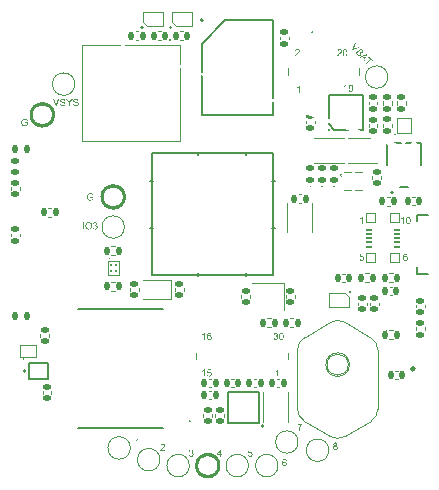
<source format=gbr>
%TF.GenerationSoftware,KiCad,Pcbnew,8.0.1*%
%TF.CreationDate,2024-03-29T03:09:59+00:00*%
%TF.ProjectId,watch_main,77617463-685f-46d6-9169-6e2e6b696361,rev?*%
%TF.SameCoordinates,Original*%
%TF.FileFunction,Legend,Top*%
%TF.FilePolarity,Positive*%
%FSLAX46Y46*%
G04 Gerber Fmt 4.6, Leading zero omitted, Abs format (unit mm)*
G04 Created by KiCad (PCBNEW 8.0.1) date 2024-03-29 03:09:59*
%MOMM*%
%LPD*%
G01*
G04 APERTURE LIST*
G04 Aperture macros list*
%AMRoundRect*
0 Rectangle with rounded corners*
0 $1 Rounding radius*
0 $2 $3 $4 $5 $6 $7 $8 $9 X,Y pos of 4 corners*
0 Add a 4 corners polygon primitive as box body*
4,1,4,$2,$3,$4,$5,$6,$7,$8,$9,$2,$3,0*
0 Add four circle primitives for the rounded corners*
1,1,$1+$1,$2,$3*
1,1,$1+$1,$4,$5*
1,1,$1+$1,$6,$7*
1,1,$1+$1,$8,$9*
0 Add four rect primitives between the rounded corners*
20,1,$1+$1,$2,$3,$4,$5,0*
20,1,$1+$1,$4,$5,$6,$7,0*
20,1,$1+$1,$6,$7,$8,$9,0*
20,1,$1+$1,$8,$9,$2,$3,0*%
%AMFreePoly0*
4,1,59,0.799098,0.828199,0.965410,0.754152,1.112692,0.647145,1.234508,0.511855,1.325534,0.354194,1.381790,0.181054,1.400820,0.000000,1.381790,-0.181054,1.325534,-0.354194,1.234508,-0.511855,1.112692,-0.647145,0.965410,-0.754152,0.799098,-0.828199,0.621025,-0.866050,0.438975,-0.866050,0.260902,-0.828199,0.094590,-0.754152,-0.052692,-0.647145,-0.174508,-0.511855,-0.265534,-0.354194,
-0.321790,-0.181054,-0.339094,-0.016420,0.056698,-0.016420,0.073606,-0.134009,0.129848,-0.257162,0.218508,-0.359481,0.332403,-0.432677,0.462306,-0.470820,0.597694,-0.470820,0.727597,-0.432677,0.841492,-0.359481,0.930152,-0.257162,0.986394,-0.134009,1.005662,0.000000,0.986394,0.134009,0.930152,0.257162,0.841492,0.359481,0.727597,0.432677,0.597694,0.470820,0.462306,0.470820,
0.332403,0.432677,0.218508,0.359481,0.129848,0.257162,0.073606,0.134009,0.056698,0.016420,0.063500,0.000000,0.056698,-0.016420,-0.339094,-0.016420,-0.339094,-0.016419,-0.340820,0.000000,-0.321790,0.181054,-0.265534,0.354194,-0.174508,0.511855,-0.052692,0.647145,0.094590,0.754152,0.260902,0.828199,0.438975,0.866050,0.621025,0.866050,0.799098,0.828199,0.799098,0.828199,
$1*%
%AMFreePoly1*
4,1,6,0.450000,-0.400000,-0.450000,-0.400000,-0.450000,0.650000,0.150000,1.200000,0.450000,1.200000,0.450000,-0.400000,0.450000,-0.400000,$1*%
G04 Aperture macros list end*
%ADD10C,0.150000*%
%ADD11C,0.120000*%
%ADD12C,0.100000*%
%ADD13C,0.150003*%
%ADD14C,0.152400*%
%ADD15C,0.175000*%
%ADD16C,0.250000*%
%ADD17C,0.200000*%
%ADD18C,0.110000*%
%ADD19C,0.304800*%
%ADD20C,0.000000*%
%ADD21RoundRect,0.140000X-0.170000X0.140000X-0.170000X-0.140000X0.170000X-0.140000X0.170000X0.140000X0*%
%ADD22RoundRect,0.140000X0.170000X-0.140000X0.170000X0.140000X-0.170000X0.140000X-0.170000X-0.140000X0*%
%ADD23C,1.500000*%
%ADD24RoundRect,0.135000X-0.185000X0.135000X-0.185000X-0.135000X0.185000X-0.135000X0.185000X0.135000X0*%
%ADD25RoundRect,0.140000X-0.140000X-0.170000X0.140000X-0.170000X0.140000X0.170000X-0.140000X0.170000X0*%
%ADD26RoundRect,0.140000X0.140000X0.170000X-0.140000X0.170000X-0.140000X-0.170000X0.140000X-0.170000X0*%
%ADD27R,1.600000X0.550000*%
%ADD28R,0.200000X0.400000*%
%ADD29R,0.400000X0.400000*%
%ADD30R,0.360000X0.220000*%
%ADD31R,0.360000X0.210000*%
%ADD32C,0.298000*%
%ADD33RoundRect,0.147500X-0.147500X-0.172500X0.147500X-0.172500X0.147500X0.172500X-0.147500X0.172500X0*%
%ADD34RoundRect,0.147500X0.172500X-0.147500X0.172500X0.147500X-0.172500X0.147500X-0.172500X-0.147500X0*%
%ADD35RoundRect,0.135000X0.185000X-0.135000X0.185000X0.135000X-0.185000X0.135000X-0.185000X-0.135000X0*%
%ADD36RoundRect,0.135000X-0.135000X-0.185000X0.135000X-0.185000X0.135000X0.185000X-0.135000X0.185000X0*%
%ADD37R,0.900000X0.800000*%
%ADD38C,0.400000*%
%ADD39RoundRect,0.050000X0.200000X-0.050000X0.200000X0.050000X-0.200000X0.050000X-0.200000X-0.050000X0*%
%ADD40RoundRect,0.050000X0.410000X-0.400000X0.410000X0.400000X-0.410000X0.400000X-0.410000X-0.400000X0*%
%ADD41RoundRect,0.135000X0.135000X0.185000X-0.135000X0.185000X-0.135000X-0.185000X0.135000X-0.185000X0*%
%ADD42R,0.300000X0.375000*%
%ADD43R,0.750000X0.300000*%
%ADD44R,0.750000X1.450000*%
%ADD45R,0.400000X0.220000*%
%ADD46R,0.220000X0.400000*%
%ADD47C,0.250000*%
%ADD48R,0.762000X0.533400*%
%ADD49FreePoly0,270.000000*%
%ADD50R,0.400000X0.480000*%
%ADD51R,0.750000X0.750000*%
%ADD52R,1.600000X0.900000*%
%ADD53FreePoly1,90.000000*%
%ADD54R,0.300000X0.450000*%
%ADD55R,0.450000X0.300000*%
%ADD56C,0.304800*%
%ADD57R,0.300000X0.350000*%
%ADD58R,0.350000X0.300000*%
%ADD59C,0.300000*%
%ADD60R,0.200000X0.300000*%
%ADD61R,0.250000X0.250000*%
%ADD62RoundRect,0.050000X0.075000X-0.050000X0.075000X0.050000X-0.075000X0.050000X-0.075000X-0.050000X0*%
%ADD63R,0.550000X1.600000*%
%ADD64R,0.600000X1.100000*%
%ADD65R,1.200000X0.800000*%
%ADD66R,0.800000X1.000000*%
%ADD67R,0.800000X0.990000*%
%ADD68RoundRect,0.147500X0.017678X-0.226274X0.226274X-0.017678X-0.017678X0.226274X-0.226274X0.017678X0*%
%ADD69C,0.370000*%
%ADD70RoundRect,0.147500X-0.226274X-0.017678X-0.017678X-0.226274X0.226274X0.017678X0.017678X0.226274X0*%
%ADD71R,0.800000X0.350000*%
%ADD72R,0.260000X0.600000*%
G04 APERTURE END LIST*
D10*
X150000000Y-116500000D02*
G75*
G02*
X148000000Y-116500000I-1000000J0D01*
G01*
X148000000Y-116500000D02*
G75*
G02*
X150000000Y-116500000I1000000J0D01*
G01*
X141900000Y-93750000D02*
G75*
G02*
X140100000Y-93750000I-900000J0D01*
G01*
X140100000Y-93750000D02*
G75*
G02*
X141900000Y-93750000I900000J0D01*
G01*
X149900000Y-116500000D02*
G75*
G02*
X148100000Y-116500000I-900000J0D01*
G01*
X148100000Y-116500000D02*
G75*
G02*
X149900000Y-116500000I900000J0D01*
G01*
X135900000Y-86800000D02*
G75*
G02*
X134100000Y-86800000I-900000J0D01*
G01*
X134100000Y-86800000D02*
G75*
G02*
X135900000Y-86800000I900000J0D01*
G01*
X142000000Y-93750000D02*
G75*
G02*
X140000000Y-93750000I-1000000J0D01*
G01*
X140000000Y-93750000D02*
G75*
G02*
X142000000Y-93750000I1000000J0D01*
G01*
X136000000Y-86800000D02*
G75*
G02*
X134000000Y-86800000I-1000000J0D01*
G01*
X134000000Y-86800000D02*
G75*
G02*
X136000000Y-86800000I1000000J0D01*
G01*
G36*
X143130894Y-114799000D02*
G01*
X143056741Y-114799000D01*
X143056741Y-114323898D01*
X143034279Y-114343352D01*
X143009560Y-114361185D01*
X142986400Y-114375775D01*
X142960070Y-114390636D01*
X142933124Y-114404074D01*
X142908291Y-114414464D01*
X142908291Y-114339432D01*
X142934789Y-114326156D01*
X142963235Y-114309557D01*
X142989720Y-114291438D01*
X143014246Y-114271799D01*
X143017174Y-114269237D01*
X143038771Y-114248803D01*
X143058995Y-114226187D01*
X143076409Y-114201520D01*
X143083120Y-114189369D01*
X143130894Y-114189369D01*
X143130894Y-114799000D01*
G37*
G36*
X165597300Y-96049000D02*
G01*
X165523147Y-96049000D01*
X165523147Y-95573898D01*
X165500685Y-95593352D01*
X165475966Y-95611185D01*
X165452806Y-95625775D01*
X165426476Y-95640636D01*
X165399530Y-95654074D01*
X165374697Y-95664464D01*
X165374697Y-95589432D01*
X165401195Y-95576156D01*
X165429641Y-95559557D01*
X165456126Y-95541438D01*
X165480652Y-95521799D01*
X165483580Y-95519237D01*
X165505177Y-95498803D01*
X165525401Y-95476187D01*
X165542815Y-95451520D01*
X165549526Y-95439369D01*
X165597300Y-95439369D01*
X165597300Y-96049000D01*
G37*
G36*
X166014011Y-95441690D02*
G01*
X166043200Y-95448651D01*
X166067272Y-95459006D01*
X166093045Y-95476187D01*
X166115192Y-95498272D01*
X166127942Y-95515720D01*
X166143152Y-95543031D01*
X166154875Y-95571195D01*
X166163714Y-95599259D01*
X166165457Y-95605845D01*
X166171420Y-95634687D01*
X166175679Y-95668164D01*
X166178008Y-95701258D01*
X166178966Y-95732448D01*
X166179086Y-95749020D01*
X166178553Y-95781358D01*
X166176954Y-95811692D01*
X166173627Y-95845448D01*
X166168765Y-95876318D01*
X166161153Y-95908688D01*
X166157251Y-95921358D01*
X166144978Y-95952252D01*
X166129993Y-95979427D01*
X166112298Y-96002883D01*
X166091891Y-96022621D01*
X166065601Y-96039906D01*
X166035693Y-96051534D01*
X166006073Y-96057121D01*
X165981982Y-96058378D01*
X165950548Y-96056168D01*
X165921752Y-96049538D01*
X165891490Y-96036215D01*
X165864819Y-96016876D01*
X165844815Y-95995510D01*
X165827590Y-95969554D01*
X165813285Y-95938947D01*
X165803943Y-95911113D01*
X165796469Y-95880301D01*
X165790864Y-95846513D01*
X165787127Y-95809749D01*
X165785550Y-95780222D01*
X165785025Y-95749020D01*
X165785027Y-95748874D01*
X165861228Y-95748874D01*
X165861773Y-95784681D01*
X165863408Y-95817366D01*
X165866133Y-95846927D01*
X165871072Y-95879486D01*
X165879246Y-95912115D01*
X165891883Y-95941301D01*
X165896106Y-95947883D01*
X165917000Y-95971827D01*
X165943207Y-95989241D01*
X165972562Y-95996980D01*
X165981982Y-95997415D01*
X166012359Y-95992564D01*
X166039559Y-95978010D01*
X166061322Y-95956615D01*
X166068004Y-95947736D01*
X166081595Y-95921240D01*
X166090586Y-95890950D01*
X166096206Y-95860364D01*
X166100123Y-95824919D01*
X166102031Y-95793064D01*
X166102848Y-95758101D01*
X166102882Y-95748874D01*
X166102337Y-95712968D01*
X166100702Y-95680208D01*
X166097978Y-95650594D01*
X166093039Y-95618002D01*
X166084864Y-95585379D01*
X166072228Y-95556266D01*
X166068004Y-95549718D01*
X166047041Y-95525845D01*
X166020594Y-95508483D01*
X165990827Y-95500766D01*
X165981249Y-95500332D01*
X165951302Y-95504583D01*
X165923021Y-95519077D01*
X165901549Y-95541179D01*
X165899623Y-95543856D01*
X165884663Y-95572651D01*
X165874764Y-95604486D01*
X165868577Y-95636062D01*
X165864266Y-95672224D01*
X165862166Y-95704456D01*
X165861266Y-95739623D01*
X165861228Y-95748874D01*
X165785027Y-95748874D01*
X165785561Y-95716476D01*
X165787171Y-95685977D01*
X165790520Y-95652080D01*
X165795415Y-95621131D01*
X165803078Y-95588747D01*
X165807006Y-95576096D01*
X165819399Y-95545157D01*
X165834447Y-95517991D01*
X165852152Y-95494599D01*
X165872512Y-95474980D01*
X165898768Y-95457766D01*
X165928571Y-95446185D01*
X165958041Y-95440621D01*
X165981982Y-95439369D01*
X166014011Y-95441690D01*
G37*
G36*
X156606413Y-113019090D02*
G01*
X156606413Y-112948748D01*
X156997544Y-112948748D01*
X156997544Y-113006487D01*
X156975928Y-113031110D01*
X156954384Y-113058598D01*
X156936486Y-113083693D01*
X156918638Y-113110776D01*
X156900840Y-113139849D01*
X156883092Y-113170912D01*
X156866041Y-113203069D01*
X156850242Y-113235520D01*
X156835696Y-113268265D01*
X156822401Y-113301303D01*
X156810359Y-113334634D01*
X156799569Y-113368259D01*
X156795604Y-113381791D01*
X156787818Y-113410932D01*
X156781165Y-113441094D01*
X156775645Y-113472275D01*
X156771259Y-113504477D01*
X156768006Y-113537699D01*
X156767174Y-113549000D01*
X156690824Y-113549000D01*
X156692614Y-113516089D01*
X156696080Y-113485603D01*
X156701328Y-113453015D01*
X156707063Y-113424252D01*
X156714036Y-113394030D01*
X156718814Y-113375196D01*
X156727763Y-113343505D01*
X156737851Y-113312179D01*
X156749076Y-113281217D01*
X156761438Y-113250621D01*
X156774939Y-113220389D01*
X156789577Y-113190523D01*
X156795751Y-113178678D01*
X156811566Y-113149821D01*
X156827690Y-113122416D01*
X156844121Y-113096463D01*
X156860860Y-113071963D01*
X156881353Y-113044481D01*
X156902289Y-113019090D01*
X156606413Y-113019090D01*
G37*
G36*
X139071396Y-93809837D02*
G01*
X139071396Y-93739495D01*
X139327265Y-93739055D01*
X139327265Y-93964589D01*
X139301309Y-93983933D01*
X139274988Y-94001062D01*
X139248303Y-94015974D01*
X139221253Y-94028671D01*
X139205632Y-94034931D01*
X139174134Y-94045189D01*
X139142214Y-94052517D01*
X139109873Y-94056913D01*
X139077111Y-94058378D01*
X139044321Y-94057034D01*
X139012663Y-94053000D01*
X138982139Y-94046276D01*
X138952749Y-94036864D01*
X138924492Y-94024762D01*
X138915325Y-94020130D01*
X138889319Y-94004531D01*
X138865818Y-93986532D01*
X138841564Y-93962498D01*
X138823487Y-93939297D01*
X138807914Y-93913695D01*
X138805562Y-93909195D01*
X138792962Y-93881395D01*
X138782969Y-93852399D01*
X138775583Y-93822209D01*
X138770803Y-93790823D01*
X138768631Y-93758241D01*
X138768486Y-93747115D01*
X138769779Y-93714280D01*
X138773659Y-93682269D01*
X138780124Y-93651082D01*
X138789176Y-93620720D01*
X138800815Y-93591182D01*
X138805269Y-93581519D01*
X138820251Y-93554064D01*
X138837500Y-93529401D01*
X138857016Y-93507531D01*
X138882649Y-93485545D01*
X138911368Y-93467360D01*
X138938098Y-93454660D01*
X138966302Y-93444588D01*
X138995979Y-93437143D01*
X139027130Y-93432326D01*
X139059754Y-93430136D01*
X139070956Y-93429990D01*
X139102922Y-93431300D01*
X139133312Y-93435229D01*
X139162126Y-93441778D01*
X139189365Y-93450946D01*
X139217386Y-93464044D01*
X139244251Y-93481670D01*
X139266622Y-93502530D01*
X139272457Y-93509418D01*
X139289893Y-93535084D01*
X139303139Y-93561976D01*
X139314067Y-93592462D01*
X139318179Y-93607164D01*
X139246078Y-93626948D01*
X139235929Y-93597935D01*
X139223080Y-93571577D01*
X139212226Y-93555434D01*
X139191321Y-93534601D01*
X139165932Y-93518822D01*
X139154634Y-93513668D01*
X139125343Y-93504113D01*
X139093744Y-93498968D01*
X139071396Y-93497988D01*
X139041737Y-93499332D01*
X139011529Y-93503981D01*
X138981640Y-93512928D01*
X138976581Y-93514987D01*
X138948740Y-93529241D01*
X138923462Y-93548078D01*
X138911954Y-93559683D01*
X138893884Y-93582987D01*
X138878480Y-93610139D01*
X138873999Y-93620353D01*
X138863869Y-93649461D01*
X138856633Y-93679778D01*
X138852292Y-93711303D01*
X138850845Y-93744038D01*
X138851824Y-93773875D01*
X138855440Y-93806314D01*
X138861721Y-93836201D01*
X138872163Y-93867232D01*
X138878688Y-93881498D01*
X138894186Y-93907345D01*
X138915386Y-93932175D01*
X138940574Y-93952507D01*
X138959582Y-93963563D01*
X138986592Y-93975296D01*
X139017964Y-93984489D01*
X139050379Y-93989438D01*
X139072568Y-93990381D01*
X139104826Y-93988406D01*
X139136568Y-93982481D01*
X139164695Y-93973772D01*
X139173978Y-93970158D01*
X139202589Y-93957261D01*
X139228639Y-93942479D01*
X139249009Y-93927073D01*
X139249009Y-93809837D01*
X139071396Y-93809837D01*
G37*
G36*
X133521396Y-87509837D02*
G01*
X133521396Y-87439495D01*
X133777265Y-87439055D01*
X133777265Y-87664589D01*
X133751309Y-87683933D01*
X133724988Y-87701062D01*
X133698303Y-87715974D01*
X133671253Y-87728671D01*
X133655632Y-87734931D01*
X133624134Y-87745189D01*
X133592214Y-87752517D01*
X133559873Y-87756913D01*
X133527111Y-87758378D01*
X133494321Y-87757034D01*
X133462663Y-87753000D01*
X133432139Y-87746276D01*
X133402749Y-87736864D01*
X133374492Y-87724762D01*
X133365325Y-87720130D01*
X133339319Y-87704531D01*
X133315818Y-87686532D01*
X133291564Y-87662498D01*
X133273487Y-87639297D01*
X133257914Y-87613695D01*
X133255562Y-87609195D01*
X133242962Y-87581395D01*
X133232969Y-87552399D01*
X133225583Y-87522209D01*
X133220803Y-87490823D01*
X133218631Y-87458241D01*
X133218486Y-87447115D01*
X133219779Y-87414280D01*
X133223659Y-87382269D01*
X133230124Y-87351082D01*
X133239176Y-87320720D01*
X133250815Y-87291182D01*
X133255269Y-87281519D01*
X133270251Y-87254064D01*
X133287500Y-87229401D01*
X133307016Y-87207531D01*
X133332649Y-87185545D01*
X133361368Y-87167360D01*
X133388098Y-87154660D01*
X133416302Y-87144588D01*
X133445979Y-87137143D01*
X133477130Y-87132326D01*
X133509754Y-87130136D01*
X133520956Y-87129990D01*
X133552922Y-87131300D01*
X133583312Y-87135229D01*
X133612126Y-87141778D01*
X133639365Y-87150946D01*
X133667386Y-87164044D01*
X133694251Y-87181670D01*
X133716622Y-87202530D01*
X133722457Y-87209418D01*
X133739893Y-87235084D01*
X133753139Y-87261976D01*
X133764067Y-87292462D01*
X133768179Y-87307164D01*
X133696078Y-87326948D01*
X133685929Y-87297935D01*
X133673080Y-87271577D01*
X133662226Y-87255434D01*
X133641321Y-87234601D01*
X133615932Y-87218822D01*
X133604634Y-87213668D01*
X133575343Y-87204113D01*
X133543744Y-87198968D01*
X133521396Y-87197988D01*
X133491737Y-87199332D01*
X133461529Y-87203981D01*
X133431640Y-87212928D01*
X133426581Y-87214987D01*
X133398740Y-87229241D01*
X133373462Y-87248078D01*
X133361954Y-87259683D01*
X133343884Y-87282987D01*
X133328480Y-87310139D01*
X133323999Y-87320353D01*
X133313869Y-87349461D01*
X133306633Y-87379778D01*
X133302292Y-87411303D01*
X133300845Y-87444038D01*
X133301824Y-87473875D01*
X133305440Y-87506314D01*
X133311721Y-87536201D01*
X133322163Y-87567232D01*
X133328688Y-87581498D01*
X133344186Y-87607345D01*
X133365386Y-87632175D01*
X133390574Y-87652507D01*
X133409582Y-87663563D01*
X133436592Y-87675296D01*
X133467964Y-87684489D01*
X133500379Y-87689438D01*
X133522568Y-87690381D01*
X133554826Y-87688406D01*
X133586568Y-87682481D01*
X133614695Y-87673772D01*
X133623978Y-87670158D01*
X133652589Y-87657261D01*
X133678639Y-87642479D01*
X133699009Y-87627073D01*
X133699009Y-87509837D01*
X133521396Y-87509837D01*
G37*
G36*
X154568277Y-105690144D02*
G01*
X154642429Y-105680179D01*
X154649921Y-105709149D01*
X154661021Y-105736551D01*
X154678429Y-105762581D01*
X154685806Y-105770011D01*
X154710762Y-105786711D01*
X154739469Y-105795703D01*
X154760691Y-105797415D01*
X154791878Y-105793866D01*
X154819859Y-105783219D01*
X154844634Y-105765473D01*
X154849205Y-105761072D01*
X154868216Y-105736669D01*
X154880185Y-105708888D01*
X154885114Y-105677730D01*
X154885255Y-105671093D01*
X154881992Y-105640888D01*
X154870865Y-105611729D01*
X154851843Y-105586829D01*
X154826742Y-105567890D01*
X154797381Y-105556812D01*
X154766993Y-105553563D01*
X154736607Y-105556769D01*
X154714529Y-105561770D01*
X154722882Y-105491868D01*
X154734752Y-105492600D01*
X154766253Y-105489726D01*
X154795467Y-105481102D01*
X154820042Y-105468274D01*
X154841651Y-105448432D01*
X154854995Y-105419677D01*
X154857997Y-105393242D01*
X154853426Y-105362891D01*
X154838279Y-105335290D01*
X154830300Y-105326711D01*
X154805255Y-105309632D01*
X154774889Y-105301260D01*
X154759079Y-105300332D01*
X154728675Y-105304124D01*
X154700296Y-105316790D01*
X154686979Y-105327297D01*
X154668232Y-105351312D01*
X154656153Y-105379988D01*
X154649903Y-105408190D01*
X154575750Y-105395001D01*
X154583311Y-105364158D01*
X154594195Y-105336513D01*
X154610704Y-105308834D01*
X154631555Y-105285332D01*
X154637446Y-105280109D01*
X154663028Y-105262285D01*
X154691558Y-105249554D01*
X154723038Y-105241916D01*
X154753002Y-105239409D01*
X154757467Y-105239369D01*
X154787575Y-105241430D01*
X154818941Y-105248457D01*
X154848472Y-105260472D01*
X154874765Y-105276816D01*
X154896416Y-105296830D01*
X154912073Y-105318211D01*
X154925557Y-105346217D01*
X154932818Y-105375501D01*
X154934201Y-105395734D01*
X154930743Y-105426269D01*
X154920367Y-105454531D01*
X154913245Y-105466808D01*
X154892857Y-105490613D01*
X154868069Y-105508765D01*
X154850963Y-105517660D01*
X154879232Y-105526788D01*
X154906183Y-105541906D01*
X154928440Y-105562262D01*
X154934201Y-105569390D01*
X154949889Y-105595869D01*
X154959767Y-105626211D01*
X154963689Y-105656823D01*
X154963950Y-105667722D01*
X154961187Y-105701443D01*
X154952898Y-105732850D01*
X154939084Y-105761943D01*
X154919744Y-105788721D01*
X154906211Y-105802984D01*
X154883492Y-105821810D01*
X154854292Y-105838850D01*
X154822188Y-105850589D01*
X154792359Y-105856431D01*
X154760398Y-105858378D01*
X154726875Y-105856141D01*
X154695932Y-105849431D01*
X154667569Y-105838246D01*
X154641788Y-105822587D01*
X154628214Y-105811630D01*
X154607414Y-105789789D01*
X154590920Y-105765296D01*
X154578731Y-105738153D01*
X154570848Y-105708359D01*
X154568277Y-105690144D01*
G37*
G36*
X155264011Y-105241690D02*
G01*
X155293200Y-105248651D01*
X155317272Y-105259006D01*
X155343045Y-105276187D01*
X155365192Y-105298272D01*
X155377942Y-105315720D01*
X155393152Y-105343031D01*
X155404875Y-105371195D01*
X155413714Y-105399259D01*
X155415457Y-105405845D01*
X155421420Y-105434687D01*
X155425679Y-105468164D01*
X155428008Y-105501258D01*
X155428966Y-105532448D01*
X155429086Y-105549020D01*
X155428553Y-105581358D01*
X155426954Y-105611692D01*
X155423627Y-105645448D01*
X155418765Y-105676318D01*
X155411153Y-105708688D01*
X155407251Y-105721358D01*
X155394978Y-105752252D01*
X155379993Y-105779427D01*
X155362298Y-105802883D01*
X155341891Y-105822621D01*
X155315601Y-105839906D01*
X155285693Y-105851534D01*
X155256073Y-105857121D01*
X155231982Y-105858378D01*
X155200548Y-105856168D01*
X155171752Y-105849538D01*
X155141490Y-105836215D01*
X155114819Y-105816876D01*
X155094815Y-105795510D01*
X155077590Y-105769554D01*
X155063285Y-105738947D01*
X155053943Y-105711113D01*
X155046469Y-105680301D01*
X155040864Y-105646513D01*
X155037127Y-105609749D01*
X155035550Y-105580222D01*
X155035025Y-105549020D01*
X155035027Y-105548874D01*
X155111228Y-105548874D01*
X155111773Y-105584681D01*
X155113408Y-105617366D01*
X155116133Y-105646927D01*
X155121072Y-105679486D01*
X155129246Y-105712115D01*
X155141883Y-105741301D01*
X155146106Y-105747883D01*
X155167000Y-105771827D01*
X155193207Y-105789241D01*
X155222562Y-105796980D01*
X155231982Y-105797415D01*
X155262359Y-105792564D01*
X155289559Y-105778010D01*
X155311322Y-105756615D01*
X155318004Y-105747736D01*
X155331595Y-105721240D01*
X155340586Y-105690950D01*
X155346206Y-105660364D01*
X155350123Y-105624919D01*
X155352031Y-105593064D01*
X155352848Y-105558101D01*
X155352882Y-105548874D01*
X155352337Y-105512968D01*
X155350702Y-105480208D01*
X155347978Y-105450594D01*
X155343039Y-105418002D01*
X155334864Y-105385379D01*
X155322228Y-105356266D01*
X155318004Y-105349718D01*
X155297041Y-105325845D01*
X155270594Y-105308483D01*
X155240827Y-105300766D01*
X155231249Y-105300332D01*
X155201302Y-105304583D01*
X155173021Y-105319077D01*
X155151549Y-105341179D01*
X155149623Y-105343856D01*
X155134663Y-105372651D01*
X155124764Y-105404486D01*
X155118577Y-105436062D01*
X155114266Y-105472224D01*
X155112166Y-105504456D01*
X155111266Y-105539623D01*
X155111228Y-105548874D01*
X155035027Y-105548874D01*
X155035561Y-105516476D01*
X155037171Y-105485977D01*
X155040520Y-105452080D01*
X155045415Y-105421131D01*
X155053078Y-105388747D01*
X155057006Y-105376096D01*
X155069399Y-105345157D01*
X155084447Y-105317991D01*
X155102152Y-105294599D01*
X155122512Y-105274980D01*
X155148768Y-105257766D01*
X155178571Y-105246185D01*
X155208041Y-105240621D01*
X155231982Y-105239369D01*
X155264011Y-105241690D01*
G37*
G36*
X160357795Y-81778658D02*
G01*
X160357795Y-81849000D01*
X159958311Y-81849000D01*
X159960687Y-81819479D01*
X159966958Y-81797415D01*
X159979684Y-81769462D01*
X159994979Y-81744320D01*
X160013824Y-81719436D01*
X160015904Y-81716962D01*
X160037146Y-81693649D01*
X160059998Y-81671292D01*
X160083058Y-81650467D01*
X160108980Y-81628464D01*
X160112917Y-81625224D01*
X160136539Y-81605383D01*
X160163257Y-81582070D01*
X160186856Y-81560409D01*
X160211057Y-81536598D01*
X160233613Y-81511827D01*
X160245981Y-81496117D01*
X160262770Y-81469733D01*
X160274980Y-81441368D01*
X160280576Y-81411324D01*
X160280712Y-81405992D01*
X160276261Y-81374558D01*
X160262907Y-81347080D01*
X160249058Y-81330960D01*
X160225146Y-81313523D01*
X160196731Y-81303323D01*
X160166993Y-81300332D01*
X160135560Y-81303610D01*
X160105810Y-81314785D01*
X160081117Y-81333891D01*
X160062793Y-81360028D01*
X160052626Y-81389108D01*
X160048762Y-81419612D01*
X160048584Y-81426948D01*
X159972380Y-81418888D01*
X159976817Y-81387493D01*
X159984305Y-81359035D01*
X159996895Y-81329546D01*
X160013637Y-81304054D01*
X160031291Y-81285385D01*
X160055343Y-81267455D01*
X160082747Y-81253929D01*
X160113502Y-81244807D01*
X160142532Y-81240493D01*
X160168605Y-81239369D01*
X160199920Y-81241075D01*
X160233238Y-81247375D01*
X160263092Y-81258317D01*
X160289482Y-81273902D01*
X160306211Y-81287876D01*
X160325968Y-81310206D01*
X160342606Y-81338439D01*
X160352905Y-81369566D01*
X160356718Y-81399176D01*
X160356916Y-81408043D01*
X160354473Y-81437498D01*
X160347145Y-81466566D01*
X160342115Y-81479851D01*
X160328252Y-81506765D01*
X160310693Y-81532377D01*
X160292875Y-81554003D01*
X160269899Y-81578225D01*
X160247043Y-81600238D01*
X160223981Y-81621317D01*
X160197714Y-81644435D01*
X160178423Y-81660981D01*
X160155093Y-81680966D01*
X160132107Y-81701039D01*
X160109252Y-81721715D01*
X160092694Y-81737918D01*
X160073513Y-81760762D01*
X160061480Y-81778658D01*
X160357795Y-81778658D01*
G37*
G36*
X160664011Y-81241690D02*
G01*
X160693200Y-81248651D01*
X160717272Y-81259006D01*
X160743045Y-81276187D01*
X160765192Y-81298272D01*
X160777942Y-81315720D01*
X160793152Y-81343031D01*
X160804875Y-81371195D01*
X160813714Y-81399259D01*
X160815457Y-81405845D01*
X160821420Y-81434687D01*
X160825679Y-81468164D01*
X160828008Y-81501258D01*
X160828966Y-81532448D01*
X160829086Y-81549020D01*
X160828553Y-81581358D01*
X160826954Y-81611692D01*
X160823627Y-81645448D01*
X160818765Y-81676318D01*
X160811153Y-81708688D01*
X160807251Y-81721358D01*
X160794978Y-81752252D01*
X160779993Y-81779427D01*
X160762298Y-81802883D01*
X160741891Y-81822621D01*
X160715601Y-81839906D01*
X160685693Y-81851534D01*
X160656073Y-81857121D01*
X160631982Y-81858378D01*
X160600548Y-81856168D01*
X160571752Y-81849538D01*
X160541490Y-81836215D01*
X160514819Y-81816876D01*
X160494815Y-81795510D01*
X160477590Y-81769554D01*
X160463285Y-81738947D01*
X160453943Y-81711113D01*
X160446469Y-81680301D01*
X160440864Y-81646513D01*
X160437127Y-81609749D01*
X160435550Y-81580222D01*
X160435025Y-81549020D01*
X160435027Y-81548874D01*
X160511228Y-81548874D01*
X160511773Y-81584681D01*
X160513408Y-81617366D01*
X160516133Y-81646927D01*
X160521072Y-81679486D01*
X160529246Y-81712115D01*
X160541883Y-81741301D01*
X160546106Y-81747883D01*
X160567000Y-81771827D01*
X160593207Y-81789241D01*
X160622562Y-81796980D01*
X160631982Y-81797415D01*
X160662359Y-81792564D01*
X160689559Y-81778010D01*
X160711322Y-81756615D01*
X160718004Y-81747736D01*
X160731595Y-81721240D01*
X160740586Y-81690950D01*
X160746206Y-81660364D01*
X160750123Y-81624919D01*
X160752031Y-81593064D01*
X160752848Y-81558101D01*
X160752882Y-81548874D01*
X160752337Y-81512968D01*
X160750702Y-81480208D01*
X160747978Y-81450594D01*
X160743039Y-81418002D01*
X160734864Y-81385379D01*
X160722228Y-81356266D01*
X160718004Y-81349718D01*
X160697041Y-81325845D01*
X160670594Y-81308483D01*
X160640827Y-81300766D01*
X160631249Y-81300332D01*
X160601302Y-81304583D01*
X160573021Y-81319077D01*
X160551549Y-81341179D01*
X160549623Y-81343856D01*
X160534663Y-81372651D01*
X160524764Y-81404486D01*
X160518577Y-81436062D01*
X160514266Y-81472224D01*
X160512166Y-81504456D01*
X160511266Y-81539623D01*
X160511228Y-81548874D01*
X160435027Y-81548874D01*
X160435561Y-81516476D01*
X160437171Y-81485977D01*
X160440520Y-81452080D01*
X160445415Y-81421131D01*
X160453078Y-81388747D01*
X160457006Y-81376096D01*
X160469399Y-81345157D01*
X160484447Y-81317991D01*
X160502152Y-81294599D01*
X160522512Y-81274980D01*
X160548768Y-81257766D01*
X160578571Y-81246185D01*
X160608041Y-81240621D01*
X160631982Y-81239369D01*
X160664011Y-81241690D01*
G37*
G36*
X145391389Y-115178658D02*
G01*
X145391389Y-115249000D01*
X144991905Y-115249000D01*
X144994281Y-115219479D01*
X145000552Y-115197415D01*
X145013278Y-115169462D01*
X145028573Y-115144320D01*
X145047418Y-115119436D01*
X145049498Y-115116962D01*
X145070740Y-115093649D01*
X145093592Y-115071292D01*
X145116652Y-115050467D01*
X145142574Y-115028464D01*
X145146511Y-115025224D01*
X145170133Y-115005383D01*
X145196851Y-114982070D01*
X145220450Y-114960409D01*
X145244651Y-114936598D01*
X145267207Y-114911827D01*
X145279575Y-114896117D01*
X145296364Y-114869733D01*
X145308574Y-114841368D01*
X145314170Y-114811324D01*
X145314306Y-114805992D01*
X145309855Y-114774558D01*
X145296501Y-114747080D01*
X145282652Y-114730960D01*
X145258740Y-114713523D01*
X145230325Y-114703323D01*
X145200587Y-114700332D01*
X145169154Y-114703610D01*
X145139404Y-114714785D01*
X145114711Y-114733891D01*
X145096387Y-114760028D01*
X145086220Y-114789108D01*
X145082356Y-114819612D01*
X145082178Y-114826948D01*
X145005974Y-114818888D01*
X145010411Y-114787493D01*
X145017899Y-114759035D01*
X145030489Y-114729546D01*
X145047231Y-114704054D01*
X145064885Y-114685385D01*
X145088937Y-114667455D01*
X145116341Y-114653929D01*
X145147096Y-114644807D01*
X145176126Y-114640493D01*
X145202199Y-114639369D01*
X145233514Y-114641075D01*
X145266832Y-114647375D01*
X145296686Y-114658317D01*
X145323076Y-114673902D01*
X145339805Y-114687876D01*
X145359562Y-114710206D01*
X145376200Y-114738439D01*
X145386499Y-114769566D01*
X145390312Y-114799176D01*
X145390510Y-114808043D01*
X145388067Y-114837498D01*
X145380739Y-114866566D01*
X145375709Y-114879851D01*
X145361846Y-114906765D01*
X145344287Y-114932377D01*
X145326469Y-114954003D01*
X145303493Y-114978225D01*
X145280637Y-115000238D01*
X145257575Y-115021317D01*
X145231308Y-115044435D01*
X145212017Y-115060981D01*
X145188687Y-115080966D01*
X145165701Y-115101039D01*
X145142846Y-115121715D01*
X145126288Y-115137918D01*
X145107107Y-115160762D01*
X145095074Y-115178658D01*
X145391389Y-115178658D01*
G37*
G36*
X161851431Y-98989558D02*
G01*
X161929393Y-98982963D01*
X161936065Y-99012792D01*
X161947720Y-99040687D01*
X161965698Y-99064992D01*
X161969547Y-99068692D01*
X161995011Y-99086196D01*
X162024144Y-99095620D01*
X162045604Y-99097415D01*
X162077432Y-99093380D01*
X162106054Y-99081272D01*
X162131471Y-99061094D01*
X162136169Y-99056090D01*
X162154163Y-99030722D01*
X162166267Y-99001113D01*
X162172083Y-98971231D01*
X162173392Y-98946620D01*
X162171157Y-98915873D01*
X162163300Y-98885377D01*
X162149787Y-98859216D01*
X162137635Y-98844184D01*
X162113217Y-98824401D01*
X162084478Y-98811944D01*
X162054917Y-98806998D01*
X162044285Y-98806669D01*
X162014316Y-98809922D01*
X161985132Y-98820630D01*
X161979658Y-98823668D01*
X161955298Y-98841721D01*
X161936347Y-98864283D01*
X161934229Y-98867632D01*
X161864620Y-98858546D01*
X161923092Y-98548748D01*
X162223657Y-98548748D01*
X162223657Y-98619090D01*
X161982443Y-98619090D01*
X161949910Y-98781463D01*
X161977488Y-98765819D01*
X162005707Y-98754645D01*
X162034567Y-98747941D01*
X162064069Y-98745706D01*
X162097505Y-98748342D01*
X162128571Y-98756252D01*
X162157267Y-98769436D01*
X162183593Y-98787893D01*
X162197572Y-98800807D01*
X162218814Y-98826364D01*
X162234838Y-98854951D01*
X162245645Y-98886567D01*
X162250756Y-98916078D01*
X162252087Y-98942370D01*
X162250407Y-98972466D01*
X162244202Y-99005586D01*
X162233425Y-99036560D01*
X162218076Y-99065388D01*
X162204313Y-99084666D01*
X162181007Y-99109717D01*
X162154723Y-99129584D01*
X162125462Y-99144269D01*
X162093222Y-99153771D01*
X162064081Y-99157731D01*
X162045604Y-99158378D01*
X162015731Y-99156756D01*
X161983575Y-99150760D01*
X161954322Y-99140346D01*
X161927972Y-99125515D01*
X161910928Y-99112217D01*
X161890300Y-99090519D01*
X161873935Y-99065946D01*
X161861833Y-99038499D01*
X161853995Y-99008176D01*
X161851431Y-98989558D01*
G37*
G36*
X155544930Y-115941326D02*
G01*
X155576156Y-115948353D01*
X155604139Y-115960491D01*
X155628880Y-115977740D01*
X155631745Y-115980256D01*
X155652252Y-116002576D01*
X155668198Y-116028799D01*
X155679583Y-116058923D01*
X155685803Y-116088483D01*
X155686407Y-116092949D01*
X155612694Y-116098811D01*
X155604066Y-116068421D01*
X155591083Y-116041718D01*
X155584557Y-116033159D01*
X155560047Y-116013155D01*
X155531581Y-116002384D01*
X155510405Y-116000332D01*
X155481029Y-116004063D01*
X155453228Y-116016340D01*
X155448123Y-116019823D01*
X155425793Y-116039888D01*
X155406960Y-116065425D01*
X155392875Y-116093389D01*
X155383101Y-116123766D01*
X155376962Y-116156238D01*
X155373559Y-116188873D01*
X155372104Y-116219982D01*
X155371919Y-116230995D01*
X155391759Y-116206853D01*
X155414404Y-116187421D01*
X155437425Y-116173842D01*
X155467046Y-116162412D01*
X155497656Y-116156257D01*
X155518612Y-116155085D01*
X155550051Y-116157707D01*
X155579359Y-116165575D01*
X155606536Y-116178689D01*
X155631580Y-116197047D01*
X155644934Y-116209893D01*
X155665262Y-116235343D01*
X155680597Y-116263864D01*
X155690940Y-116295458D01*
X155695831Y-116324982D01*
X155697104Y-116351309D01*
X155695157Y-116382749D01*
X155689315Y-116412938D01*
X155679577Y-116441874D01*
X155672485Y-116457408D01*
X155657258Y-116483132D01*
X155636913Y-116507473D01*
X155612962Y-116527348D01*
X155605074Y-116532440D01*
X155577198Y-116546118D01*
X155547062Y-116554731D01*
X155514665Y-116558277D01*
X155507914Y-116558378D01*
X155474333Y-116555972D01*
X155443164Y-116548754D01*
X155414405Y-116536725D01*
X155388058Y-116519883D01*
X155364122Y-116498229D01*
X155356679Y-116489942D01*
X155336807Y-116461161D01*
X155323389Y-116432415D01*
X155312825Y-116399340D01*
X155306430Y-116369763D01*
X155303554Y-116349404D01*
X155383497Y-116349404D01*
X155386181Y-116380639D01*
X155394235Y-116410762D01*
X155399763Y-116424289D01*
X155415108Y-116450536D01*
X155436394Y-116472527D01*
X155445192Y-116478804D01*
X155473314Y-116492163D01*
X155502723Y-116497343D01*
X155506741Y-116497415D01*
X155537440Y-116492844D01*
X155565057Y-116479129D01*
X155587488Y-116458727D01*
X155605340Y-116431828D01*
X155615753Y-116402969D01*
X155620514Y-116373619D01*
X155621340Y-116353508D01*
X155619252Y-116323255D01*
X155611910Y-116293272D01*
X155597553Y-116264987D01*
X155587928Y-116252831D01*
X155565356Y-116233433D01*
X155536627Y-116220394D01*
X155506963Y-116216084D01*
X155503811Y-116216048D01*
X155473883Y-116219640D01*
X155444401Y-116231889D01*
X155420725Y-116250568D01*
X155418521Y-116252831D01*
X155400051Y-116278067D01*
X155388422Y-116307797D01*
X155383804Y-116338396D01*
X155383497Y-116349404D01*
X155303554Y-116349404D01*
X155301861Y-116337415D01*
X155299121Y-116302297D01*
X155298207Y-116264408D01*
X155298775Y-116232305D01*
X155300479Y-116201887D01*
X155304518Y-116163950D01*
X155310577Y-116129008D01*
X155318655Y-116097061D01*
X155328753Y-116068109D01*
X155344216Y-116036130D01*
X155362834Y-116008832D01*
X155385372Y-115985226D01*
X155410672Y-115966503D01*
X155438733Y-115952665D01*
X155469555Y-115943711D01*
X155503140Y-115939641D01*
X155514948Y-115939369D01*
X155544930Y-115941326D01*
G37*
G36*
X154980894Y-108949000D02*
G01*
X154906741Y-108949000D01*
X154906741Y-108473898D01*
X154884279Y-108493352D01*
X154859560Y-108511185D01*
X154836400Y-108525775D01*
X154810070Y-108540636D01*
X154783124Y-108554074D01*
X154758291Y-108564464D01*
X154758291Y-108489432D01*
X154784789Y-108476156D01*
X154813235Y-108459557D01*
X154839720Y-108441438D01*
X154864246Y-108421799D01*
X154867174Y-108419237D01*
X154888771Y-108398803D01*
X154908995Y-108376187D01*
X154926409Y-108351520D01*
X154933120Y-108339369D01*
X154980894Y-108339369D01*
X154980894Y-108949000D01*
G37*
G36*
X148747300Y-105849000D02*
G01*
X148673147Y-105849000D01*
X148673147Y-105373898D01*
X148650685Y-105393352D01*
X148625966Y-105411185D01*
X148602806Y-105425775D01*
X148576476Y-105440636D01*
X148549530Y-105454074D01*
X148524697Y-105464464D01*
X148524697Y-105389432D01*
X148551195Y-105376156D01*
X148579641Y-105359557D01*
X148606126Y-105341438D01*
X148630652Y-105321799D01*
X148633580Y-105319237D01*
X148655177Y-105298803D01*
X148675401Y-105276187D01*
X148692815Y-105251520D01*
X148699526Y-105239369D01*
X148747300Y-105239369D01*
X148747300Y-105849000D01*
G37*
G36*
X149178524Y-105241326D02*
G01*
X149209750Y-105248353D01*
X149237733Y-105260491D01*
X149262474Y-105277740D01*
X149265339Y-105280256D01*
X149285846Y-105302576D01*
X149301792Y-105328799D01*
X149313177Y-105358923D01*
X149319397Y-105388483D01*
X149320000Y-105392949D01*
X149246288Y-105398811D01*
X149237660Y-105368421D01*
X149224677Y-105341718D01*
X149218151Y-105333159D01*
X149193641Y-105313155D01*
X149165175Y-105302384D01*
X149143999Y-105300332D01*
X149114623Y-105304063D01*
X149086821Y-105316340D01*
X149081717Y-105319823D01*
X149059387Y-105339888D01*
X149040554Y-105365425D01*
X149026469Y-105393389D01*
X149016695Y-105423766D01*
X149010556Y-105456238D01*
X149007153Y-105488873D01*
X149005698Y-105519982D01*
X149005513Y-105530995D01*
X149025353Y-105506853D01*
X149047998Y-105487421D01*
X149071019Y-105473842D01*
X149100640Y-105462412D01*
X149131249Y-105456257D01*
X149152205Y-105455085D01*
X149183645Y-105457707D01*
X149212953Y-105465575D01*
X149240129Y-105478689D01*
X149265174Y-105497047D01*
X149278528Y-105509893D01*
X149298856Y-105535343D01*
X149314191Y-105563864D01*
X149324533Y-105595458D01*
X149329424Y-105624982D01*
X149330698Y-105651309D01*
X149328751Y-105682749D01*
X149322908Y-105712938D01*
X149313171Y-105741874D01*
X149306078Y-105757408D01*
X149290852Y-105783132D01*
X149270507Y-105807473D01*
X149246556Y-105827348D01*
X149238667Y-105832440D01*
X149210792Y-105846118D01*
X149180656Y-105854731D01*
X149148258Y-105858277D01*
X149141508Y-105858378D01*
X149107927Y-105855972D01*
X149076757Y-105848754D01*
X149047999Y-105836725D01*
X149021651Y-105819883D01*
X148997715Y-105798229D01*
X148990272Y-105789942D01*
X148970401Y-105761161D01*
X148956982Y-105732415D01*
X148946419Y-105699340D01*
X148940023Y-105669763D01*
X148937148Y-105649404D01*
X149017090Y-105649404D01*
X149019775Y-105680639D01*
X149027829Y-105710762D01*
X149033357Y-105724289D01*
X149048702Y-105750536D01*
X149069988Y-105772527D01*
X149078786Y-105778804D01*
X149106907Y-105792163D01*
X149136317Y-105797343D01*
X149140335Y-105797415D01*
X149171034Y-105792844D01*
X149198651Y-105779129D01*
X149221082Y-105758727D01*
X149238934Y-105731828D01*
X149249347Y-105702969D01*
X149254107Y-105673619D01*
X149254934Y-105653508D01*
X149252846Y-105623255D01*
X149245504Y-105593272D01*
X149231147Y-105564987D01*
X149221522Y-105552831D01*
X149198950Y-105533433D01*
X149170220Y-105520394D01*
X149140556Y-105516084D01*
X149137404Y-105516048D01*
X149107477Y-105519640D01*
X149077995Y-105531889D01*
X149054319Y-105550568D01*
X149052115Y-105552831D01*
X149033645Y-105578067D01*
X149022016Y-105607797D01*
X149017398Y-105638396D01*
X149017090Y-105649404D01*
X148937148Y-105649404D01*
X148935455Y-105637415D01*
X148932714Y-105602297D01*
X148931801Y-105564408D01*
X148932369Y-105532305D01*
X148934073Y-105501887D01*
X148938112Y-105463950D01*
X148944171Y-105429008D01*
X148952249Y-105397061D01*
X148962347Y-105368109D01*
X148977809Y-105336130D01*
X148996427Y-105308832D01*
X149018966Y-105285226D01*
X149044265Y-105266503D01*
X149072327Y-105252665D01*
X149103149Y-105243711D01*
X149136733Y-105239641D01*
X149148542Y-105239369D01*
X149178524Y-105241326D01*
G37*
G36*
X156780894Y-84949000D02*
G01*
X156706741Y-84949000D01*
X156706741Y-84473898D01*
X156684279Y-84493352D01*
X156659560Y-84511185D01*
X156636400Y-84525775D01*
X156610070Y-84540636D01*
X156583124Y-84554074D01*
X156558291Y-84564464D01*
X156558291Y-84489432D01*
X156584789Y-84476156D01*
X156613235Y-84459557D01*
X156639720Y-84441438D01*
X156664246Y-84421799D01*
X156667174Y-84419237D01*
X156688771Y-84398803D01*
X156708995Y-84376187D01*
X156726409Y-84351520D01*
X156733120Y-84339369D01*
X156780894Y-84339369D01*
X156780894Y-84949000D01*
G37*
G36*
X161238976Y-81291115D02*
G01*
X161504459Y-80694451D01*
X161565700Y-80755692D01*
X161363324Y-81180238D01*
X161349659Y-81208252D01*
X161336059Y-81234825D01*
X161321026Y-81262657D01*
X161315035Y-81273292D01*
X161343641Y-81257728D01*
X161369905Y-81244240D01*
X161396661Y-81231243D01*
X161408711Y-81225625D01*
X161837608Y-81027600D01*
X161895327Y-81085319D01*
X161297005Y-81349144D01*
X161238976Y-81291115D01*
G37*
G36*
X162101745Y-81291737D02*
G01*
X162124179Y-81315790D01*
X162142572Y-81339041D01*
X162158434Y-81364238D01*
X162167235Y-81383132D01*
X162175592Y-81412488D01*
X162177582Y-81442138D01*
X162173866Y-81469347D01*
X162164679Y-81497650D01*
X162149461Y-81524671D01*
X162134490Y-81542298D01*
X162110397Y-81561465D01*
X162082405Y-81574681D01*
X162068171Y-81578774D01*
X162038181Y-81582251D01*
X162006502Y-81578851D01*
X161984443Y-81572763D01*
X161997001Y-81600968D01*
X162004591Y-81632019D01*
X162005481Y-81662766D01*
X162004442Y-81671931D01*
X161997002Y-81701338D01*
X161983491Y-81728681D01*
X161963908Y-81753960D01*
X161959262Y-81758767D01*
X161935155Y-81779319D01*
X161908688Y-81795120D01*
X161889731Y-81803015D01*
X161861354Y-81810738D01*
X161830385Y-81813339D01*
X161817816Y-81812341D01*
X161788558Y-81805308D01*
X161760466Y-81793166D01*
X161749425Y-81787057D01*
X161724483Y-81770374D01*
X161700682Y-81751107D01*
X161678344Y-81730426D01*
X161673262Y-81725401D01*
X161517204Y-81569344D01*
X161616683Y-81569344D01*
X161723001Y-81675661D01*
X161744221Y-81696088D01*
X161763518Y-81712033D01*
X161789106Y-81726379D01*
X161808283Y-81732551D01*
X161837958Y-81733316D01*
X161854499Y-81729442D01*
X161881213Y-81716469D01*
X161900404Y-81700531D01*
X161919524Y-81676038D01*
X161930884Y-81647101D01*
X161931284Y-81645196D01*
X161932268Y-81614990D01*
X161922994Y-81585509D01*
X161907064Y-81559918D01*
X161886719Y-81535245D01*
X161867970Y-81515563D01*
X161769217Y-81416810D01*
X161616683Y-81569344D01*
X161517204Y-81569344D01*
X161510365Y-81562505D01*
X161705799Y-81367071D01*
X161818956Y-81367071D01*
X161911285Y-81459399D01*
X161933195Y-81480339D01*
X161956899Y-81499874D01*
X161970143Y-81508310D01*
X161997629Y-81518750D01*
X162023923Y-81519605D01*
X162051902Y-81509222D01*
X162072212Y-81493077D01*
X162090564Y-81468993D01*
X162099568Y-81445410D01*
X162100020Y-81414630D01*
X162092626Y-81394117D01*
X162074965Y-81368239D01*
X162054602Y-81344824D01*
X162033664Y-81323134D01*
X161948278Y-81237749D01*
X161818956Y-81367071D01*
X161705799Y-81367071D01*
X161941439Y-81131431D01*
X162101745Y-81291737D01*
G37*
G36*
X162517689Y-81707681D02*
G01*
X162261428Y-82313568D01*
X162197078Y-82249217D01*
X162279873Y-82066736D01*
X162101226Y-81888090D01*
X161921647Y-81973786D01*
X161861649Y-81913788D01*
X161986121Y-81857935D01*
X162163919Y-81857935D01*
X162308784Y-82002801D01*
X162382668Y-81839801D01*
X162394948Y-81812946D01*
X162408493Y-81784258D01*
X162422940Y-81754957D01*
X162437878Y-81726437D01*
X162441008Y-81720738D01*
X162416009Y-81736799D01*
X162390232Y-81751928D01*
X162363679Y-81766125D01*
X162336348Y-81779389D01*
X162163919Y-81857935D01*
X161986121Y-81857935D01*
X162456759Y-81646751D01*
X162517689Y-81707681D01*
G37*
G36*
X162369093Y-82421232D02*
G01*
X162750427Y-82039898D01*
X162609707Y-81899177D01*
X162659446Y-81849438D01*
X162998088Y-82188079D01*
X162948348Y-82237819D01*
X162807006Y-82096476D01*
X162425672Y-82477811D01*
X162369093Y-82421232D01*
G37*
G36*
X159831530Y-114541592D02*
G01*
X159861713Y-114548261D01*
X159888936Y-114559376D01*
X159916425Y-114577522D01*
X159925737Y-114585824D01*
X159946894Y-114610252D01*
X159962007Y-114637225D01*
X159971074Y-114666745D01*
X159974097Y-114698811D01*
X159970985Y-114729139D01*
X159960591Y-114758506D01*
X159951968Y-114772817D01*
X159930311Y-114795927D01*
X159903579Y-114813052D01*
X159884997Y-114821177D01*
X159914211Y-114833078D01*
X159939206Y-114848503D01*
X159962030Y-114869775D01*
X159969700Y-114879502D01*
X159985002Y-114906221D01*
X159994636Y-114936002D01*
X159998461Y-114965424D01*
X159998716Y-114975782D01*
X159996094Y-115008449D01*
X159988226Y-115038746D01*
X159975112Y-115066673D01*
X159956754Y-115092229D01*
X159943908Y-115105769D01*
X159918275Y-115126268D01*
X159889331Y-115141732D01*
X159857078Y-115152162D01*
X159826798Y-115157094D01*
X159799707Y-115158378D01*
X159767396Y-115156524D01*
X159737505Y-115150960D01*
X159705694Y-115139780D01*
X159677178Y-115123551D01*
X159655360Y-115105622D01*
X159634004Y-115081229D01*
X159617893Y-115054339D01*
X159607028Y-115024953D01*
X159601408Y-114993070D01*
X159600578Y-114974317D01*
X159676902Y-114974317D01*
X159680639Y-115005348D01*
X159690930Y-115033575D01*
X159691850Y-115035427D01*
X159709188Y-115060248D01*
X159732902Y-115079210D01*
X159736546Y-115081295D01*
X159765434Y-115092866D01*
X159796318Y-115097352D01*
X159800587Y-115097415D01*
X159831939Y-115094095D01*
X159859686Y-115084135D01*
X159886041Y-115065509D01*
X159888221Y-115063417D01*
X159906536Y-115040273D01*
X159918848Y-115010649D01*
X159922918Y-114979932D01*
X159922952Y-114976662D01*
X159919460Y-114945126D01*
X159908985Y-114917196D01*
X159891525Y-114892873D01*
X159887195Y-114888441D01*
X159863192Y-114870049D01*
X159835698Y-114858468D01*
X159804712Y-114853700D01*
X159798095Y-114853563D01*
X159767066Y-114856941D01*
X159739557Y-114867073D01*
X159715569Y-114883960D01*
X159711194Y-114888148D01*
X159693110Y-114911361D01*
X159680954Y-114940796D01*
X159676935Y-114971101D01*
X159676902Y-114974317D01*
X159600578Y-114974317D01*
X159600552Y-114973731D01*
X159602916Y-114942183D01*
X159610011Y-114913648D01*
X159623440Y-114885478D01*
X159630447Y-114875252D01*
X159651607Y-114852907D01*
X159677719Y-114835513D01*
X159705454Y-114824092D01*
X159715590Y-114821177D01*
X159686676Y-114807758D01*
X159661572Y-114789170D01*
X159647153Y-114772524D01*
X159632731Y-114744749D01*
X159625944Y-114715462D01*
X159624878Y-114696759D01*
X159625135Y-114693975D01*
X159700789Y-114693975D01*
X159704663Y-114724372D01*
X159717604Y-114752232D01*
X159728340Y-114765050D01*
X159753552Y-114782888D01*
X159781634Y-114791282D01*
X159800147Y-114792600D01*
X159830077Y-114788747D01*
X159857617Y-114775874D01*
X159870342Y-114765196D01*
X159888085Y-114740899D01*
X159896783Y-114712538D01*
X159897746Y-114698078D01*
X159893769Y-114668939D01*
X159880484Y-114641557D01*
X159869463Y-114628616D01*
X159844304Y-114610303D01*
X159814550Y-114601327D01*
X159799268Y-114600332D01*
X159769434Y-114604207D01*
X159741719Y-114617148D01*
X159728779Y-114627883D01*
X159710657Y-114652082D01*
X159701472Y-114682199D01*
X159700789Y-114693975D01*
X159625135Y-114693975D01*
X159627837Y-114664758D01*
X159636712Y-114635430D01*
X159651504Y-114608777D01*
X159672213Y-114584799D01*
X159697904Y-114564923D01*
X159727497Y-114550727D01*
X159756591Y-114542963D01*
X159788673Y-114539547D01*
X159798388Y-114539369D01*
X159831530Y-114541592D01*
G37*
G36*
X148747300Y-108949000D02*
G01*
X148673147Y-108949000D01*
X148673147Y-108473898D01*
X148650685Y-108493352D01*
X148625966Y-108511185D01*
X148602806Y-108525775D01*
X148576476Y-108540636D01*
X148549530Y-108554074D01*
X148524697Y-108564464D01*
X148524697Y-108489432D01*
X148551195Y-108476156D01*
X148579641Y-108459557D01*
X148606126Y-108441438D01*
X148630652Y-108421799D01*
X148633580Y-108419237D01*
X148655177Y-108398803D01*
X148675401Y-108376187D01*
X148692815Y-108351520D01*
X148699526Y-108339369D01*
X148747300Y-108339369D01*
X148747300Y-108949000D01*
G37*
G36*
X148935025Y-108789558D02*
G01*
X149012987Y-108782963D01*
X149019659Y-108812792D01*
X149031314Y-108840687D01*
X149049291Y-108864992D01*
X149053140Y-108868692D01*
X149078605Y-108886196D01*
X149107738Y-108895620D01*
X149129198Y-108897415D01*
X149161026Y-108893380D01*
X149189648Y-108881272D01*
X149215064Y-108861094D01*
X149219763Y-108856090D01*
X149237756Y-108830722D01*
X149249861Y-108801113D01*
X149255677Y-108771231D01*
X149256986Y-108746620D01*
X149254751Y-108715873D01*
X149246894Y-108685377D01*
X149233380Y-108659216D01*
X149221228Y-108644184D01*
X149196811Y-108624401D01*
X149168071Y-108611944D01*
X149138510Y-108606998D01*
X149127879Y-108606669D01*
X149097910Y-108609922D01*
X149068726Y-108620630D01*
X149063252Y-108623668D01*
X149038892Y-108641721D01*
X149019941Y-108664283D01*
X149017823Y-108667632D01*
X148948214Y-108658546D01*
X149006685Y-108348748D01*
X149307251Y-108348748D01*
X149307251Y-108419090D01*
X149066037Y-108419090D01*
X149033503Y-108581463D01*
X149061081Y-108565819D01*
X149089301Y-108554645D01*
X149118161Y-108547941D01*
X149147662Y-108545706D01*
X149181099Y-108548342D01*
X149212165Y-108556252D01*
X149240861Y-108569436D01*
X149267187Y-108587893D01*
X149281166Y-108600807D01*
X149302407Y-108626364D01*
X149318432Y-108654951D01*
X149329239Y-108686567D01*
X149334350Y-108716078D01*
X149335681Y-108742370D01*
X149334001Y-108772466D01*
X149327796Y-108805586D01*
X149317019Y-108836560D01*
X149301670Y-108865388D01*
X149287907Y-108884666D01*
X149264601Y-108909717D01*
X149238317Y-108929584D01*
X149209055Y-108944269D01*
X149176816Y-108953771D01*
X149147675Y-108957731D01*
X149129198Y-108958378D01*
X149099325Y-108956756D01*
X149067169Y-108950760D01*
X149037916Y-108940346D01*
X149011566Y-108925515D01*
X148994522Y-108912217D01*
X148973894Y-108890519D01*
X148957529Y-108865946D01*
X148945427Y-108838499D01*
X148937589Y-108808176D01*
X148935025Y-108789558D01*
G37*
G36*
X136118234Y-86049000D02*
G01*
X135884054Y-85439369D01*
X135970663Y-85439369D01*
X136127760Y-85882670D01*
X136137907Y-85912142D01*
X136147080Y-85940548D01*
X136156130Y-85970859D01*
X136159414Y-85982614D01*
X136168636Y-85951382D01*
X136177670Y-85923272D01*
X136187399Y-85895163D01*
X136191947Y-85882670D01*
X136355199Y-85439369D01*
X136436825Y-85439369D01*
X136200300Y-86049000D01*
X136118234Y-86049000D01*
G37*
G36*
X136478150Y-85849404D02*
G01*
X136553475Y-85842663D01*
X136558865Y-85873197D01*
X136568537Y-85901924D01*
X136578388Y-85920332D01*
X136597898Y-85943069D01*
X136622219Y-85960665D01*
X136639204Y-85969425D01*
X136668811Y-85980021D01*
X136697799Y-85985837D01*
X136728763Y-85988018D01*
X136731968Y-85988036D01*
X136762138Y-85986426D01*
X136792167Y-85980996D01*
X136812714Y-85974408D01*
X136840011Y-85960419D01*
X136862689Y-85939692D01*
X136864885Y-85936745D01*
X136878263Y-85910010D01*
X136882030Y-85884429D01*
X136876791Y-85854552D01*
X136865471Y-85834457D01*
X136843672Y-85814673D01*
X136815763Y-85800247D01*
X136811102Y-85798406D01*
X136781614Y-85788926D01*
X136749808Y-85780322D01*
X136718627Y-85772476D01*
X136703538Y-85768804D01*
X136674075Y-85761303D01*
X136644130Y-85752760D01*
X136615746Y-85743271D01*
X136586887Y-85730702D01*
X136559764Y-85713603D01*
X136537835Y-85693941D01*
X136522407Y-85673842D01*
X136509459Y-85647299D01*
X136502486Y-85618448D01*
X136501158Y-85597932D01*
X136504223Y-85566923D01*
X136513418Y-85537368D01*
X136527097Y-85511763D01*
X136545718Y-85488556D01*
X136568977Y-85469127D01*
X136596872Y-85453477D01*
X136603007Y-85450800D01*
X136631927Y-85440741D01*
X136662631Y-85433973D01*
X136695121Y-85430498D01*
X136713942Y-85429990D01*
X136746512Y-85431355D01*
X136777104Y-85435449D01*
X136805717Y-85442273D01*
X136832351Y-85451826D01*
X136859325Y-85465660D01*
X136884890Y-85484866D01*
X136905819Y-85508107D01*
X136911193Y-85515866D01*
X136925999Y-85543424D01*
X136935797Y-85573156D01*
X136940585Y-85605064D01*
X136940942Y-85611707D01*
X136864298Y-85617569D01*
X136858495Y-85587175D01*
X136846553Y-85558678D01*
X136826740Y-85533746D01*
X136822386Y-85529935D01*
X136796810Y-85514324D01*
X136768113Y-85505218D01*
X136738089Y-85501055D01*
X136717166Y-85500332D01*
X136687310Y-85501616D01*
X136657790Y-85506225D01*
X136627794Y-85516701D01*
X136611360Y-85527150D01*
X136591178Y-85548720D01*
X136579406Y-85577844D01*
X136578241Y-85591630D01*
X136584140Y-85621526D01*
X136601835Y-85645559D01*
X136629560Y-85661551D01*
X136659675Y-85672395D01*
X136688368Y-85680625D01*
X136722296Y-85688937D01*
X136751258Y-85695719D01*
X136782074Y-85703509D01*
X136812595Y-85712116D01*
X136843243Y-85722418D01*
X136856092Y-85727771D01*
X136883576Y-85742569D01*
X136908976Y-85761431D01*
X136930667Y-85785122D01*
X136933908Y-85789760D01*
X136948258Y-85816903D01*
X136956652Y-85846747D01*
X136959113Y-85876222D01*
X136956409Y-85905995D01*
X136948294Y-85934680D01*
X136934770Y-85962278D01*
X136931416Y-85967667D01*
X136911836Y-85992642D01*
X136887533Y-86013897D01*
X136861622Y-86029845D01*
X136852135Y-86034491D01*
X136822017Y-86046038D01*
X136793532Y-86053130D01*
X136763435Y-86057235D01*
X136735778Y-86058378D01*
X136705936Y-86057518D01*
X136673477Y-86054339D01*
X136643557Y-86048819D01*
X136612471Y-86039641D01*
X136598171Y-86033905D01*
X136571967Y-86020139D01*
X136546056Y-86000996D01*
X136523925Y-85977980D01*
X136511270Y-85960486D01*
X136495912Y-85931851D01*
X136485283Y-85901176D01*
X136479806Y-85872197D01*
X136478150Y-85849404D01*
G37*
G36*
X137235352Y-86049000D02*
G01*
X137235352Y-85786390D01*
X137002491Y-85439369D01*
X137099797Y-85439369D01*
X137218792Y-85618155D01*
X137235004Y-85643214D01*
X137250666Y-85668274D01*
X137267629Y-85696465D01*
X137280342Y-85718392D01*
X137296519Y-85691322D01*
X137312456Y-85665684D01*
X137329858Y-85638561D01*
X137346287Y-85613612D01*
X137463231Y-85439369D01*
X137556434Y-85439369D01*
X137315366Y-85786390D01*
X137315366Y-86049000D01*
X137235352Y-86049000D01*
G37*
G36*
X137597760Y-85849404D02*
G01*
X137673084Y-85842663D01*
X137678474Y-85873197D01*
X137688146Y-85901924D01*
X137697997Y-85920332D01*
X137717507Y-85943069D01*
X137741828Y-85960665D01*
X137758813Y-85969425D01*
X137788420Y-85980021D01*
X137817408Y-85985837D01*
X137848372Y-85988018D01*
X137851577Y-85988036D01*
X137881747Y-85986426D01*
X137911776Y-85980996D01*
X137932324Y-85974408D01*
X137959620Y-85960419D01*
X137982298Y-85939692D01*
X137984494Y-85936745D01*
X137997872Y-85910010D01*
X138001640Y-85884429D01*
X137996400Y-85854552D01*
X137985080Y-85834457D01*
X137963281Y-85814673D01*
X137935372Y-85800247D01*
X137930712Y-85798406D01*
X137901223Y-85788926D01*
X137869418Y-85780322D01*
X137838236Y-85772476D01*
X137823147Y-85768804D01*
X137793684Y-85761303D01*
X137763739Y-85752760D01*
X137735355Y-85743271D01*
X137706497Y-85730702D01*
X137679373Y-85713603D01*
X137657444Y-85693941D01*
X137642016Y-85673842D01*
X137629068Y-85647299D01*
X137622095Y-85618448D01*
X137620767Y-85597932D01*
X137623832Y-85566923D01*
X137633027Y-85537368D01*
X137646706Y-85511763D01*
X137665328Y-85488556D01*
X137688586Y-85469127D01*
X137716481Y-85453477D01*
X137722617Y-85450800D01*
X137751536Y-85440741D01*
X137782241Y-85433973D01*
X137814730Y-85430498D01*
X137833552Y-85429990D01*
X137866121Y-85431355D01*
X137896713Y-85435449D01*
X137925326Y-85442273D01*
X137951961Y-85451826D01*
X137978934Y-85465660D01*
X138004499Y-85484866D01*
X138025428Y-85508107D01*
X138030802Y-85515866D01*
X138045608Y-85543424D01*
X138055406Y-85573156D01*
X138060194Y-85605064D01*
X138060551Y-85611707D01*
X137983908Y-85617569D01*
X137978104Y-85587175D01*
X137966163Y-85558678D01*
X137946350Y-85533746D01*
X137941996Y-85529935D01*
X137916419Y-85514324D01*
X137887722Y-85505218D01*
X137857699Y-85501055D01*
X137836776Y-85500332D01*
X137806919Y-85501616D01*
X137777399Y-85506225D01*
X137747403Y-85516701D01*
X137730970Y-85527150D01*
X137710788Y-85548720D01*
X137699015Y-85577844D01*
X137697850Y-85591630D01*
X137703749Y-85621526D01*
X137721444Y-85645559D01*
X137749169Y-85661551D01*
X137779284Y-85672395D01*
X137807977Y-85680625D01*
X137841905Y-85688937D01*
X137870867Y-85695719D01*
X137901683Y-85703509D01*
X137932204Y-85712116D01*
X137962852Y-85722418D01*
X137975701Y-85727771D01*
X138003186Y-85742569D01*
X138028585Y-85761431D01*
X138050276Y-85785122D01*
X138053517Y-85789760D01*
X138067867Y-85816903D01*
X138076261Y-85846747D01*
X138078723Y-85876222D01*
X138076018Y-85905995D01*
X138067903Y-85934680D01*
X138054379Y-85962278D01*
X138051026Y-85967667D01*
X138031445Y-85992642D01*
X138007142Y-86013897D01*
X137981231Y-86029845D01*
X137971744Y-86034491D01*
X137941626Y-86046038D01*
X137913141Y-86053130D01*
X137883044Y-86057235D01*
X137855387Y-86058378D01*
X137825545Y-86057518D01*
X137793086Y-86054339D01*
X137763166Y-86048819D01*
X137732080Y-86039641D01*
X137717781Y-86033905D01*
X137691576Y-86020139D01*
X137665666Y-86000996D01*
X137643534Y-85977980D01*
X137630879Y-85960486D01*
X137615521Y-85931851D01*
X137604892Y-85901176D01*
X137599415Y-85872197D01*
X137597760Y-85849404D01*
G37*
G36*
X162130894Y-96049000D02*
G01*
X162056741Y-96049000D01*
X162056741Y-95573898D01*
X162034279Y-95593352D01*
X162009560Y-95611185D01*
X161986400Y-95625775D01*
X161960070Y-95640636D01*
X161933124Y-95654074D01*
X161908291Y-95664464D01*
X161908291Y-95589432D01*
X161934789Y-95576156D01*
X161963235Y-95559557D01*
X161989720Y-95541438D01*
X162014246Y-95521799D01*
X162017174Y-95519237D01*
X162038771Y-95498803D01*
X162058995Y-95476187D01*
X162076409Y-95451520D01*
X162083120Y-95439369D01*
X162130894Y-95439369D01*
X162130894Y-96049000D01*
G37*
G36*
X156791389Y-81778658D02*
G01*
X156791389Y-81849000D01*
X156391905Y-81849000D01*
X156394281Y-81819479D01*
X156400552Y-81797415D01*
X156413278Y-81769462D01*
X156428573Y-81744320D01*
X156447418Y-81719436D01*
X156449498Y-81716962D01*
X156470740Y-81693649D01*
X156493592Y-81671292D01*
X156516652Y-81650467D01*
X156542574Y-81628464D01*
X156546511Y-81625224D01*
X156570133Y-81605383D01*
X156596851Y-81582070D01*
X156620450Y-81560409D01*
X156644651Y-81536598D01*
X156667207Y-81511827D01*
X156679575Y-81496117D01*
X156696364Y-81469733D01*
X156708574Y-81441368D01*
X156714170Y-81411324D01*
X156714306Y-81405992D01*
X156709855Y-81374558D01*
X156696501Y-81347080D01*
X156682652Y-81330960D01*
X156658740Y-81313523D01*
X156630325Y-81303323D01*
X156600587Y-81300332D01*
X156569154Y-81303610D01*
X156539404Y-81314785D01*
X156514711Y-81333891D01*
X156496387Y-81360028D01*
X156486220Y-81389108D01*
X156482356Y-81419612D01*
X156482178Y-81426948D01*
X156405974Y-81418888D01*
X156410411Y-81387493D01*
X156417899Y-81359035D01*
X156430489Y-81329546D01*
X156447231Y-81304054D01*
X156464885Y-81285385D01*
X156488937Y-81267455D01*
X156516341Y-81253929D01*
X156547096Y-81244807D01*
X156576126Y-81240493D01*
X156602199Y-81239369D01*
X156633514Y-81241075D01*
X156666832Y-81247375D01*
X156696686Y-81258317D01*
X156723076Y-81273902D01*
X156739805Y-81287876D01*
X156759562Y-81310206D01*
X156776200Y-81338439D01*
X156786499Y-81369566D01*
X156790312Y-81399176D01*
X156790510Y-81408043D01*
X156788067Y-81437498D01*
X156780739Y-81466566D01*
X156775709Y-81479851D01*
X156761846Y-81506765D01*
X156744287Y-81532377D01*
X156726469Y-81554003D01*
X156703493Y-81578225D01*
X156680637Y-81600238D01*
X156657575Y-81621317D01*
X156631308Y-81644435D01*
X156612017Y-81660981D01*
X156588687Y-81680966D01*
X156565701Y-81701039D01*
X156542846Y-81721715D01*
X156526288Y-81737918D01*
X156507107Y-81760762D01*
X156495074Y-81778658D01*
X156791389Y-81778658D01*
G37*
G36*
X150113427Y-115533284D02*
G01*
X150195053Y-115533284D01*
X150195053Y-115601281D01*
X150113427Y-115601281D01*
X150113427Y-115749000D01*
X150039275Y-115749000D01*
X150039275Y-115601281D01*
X149777104Y-115601281D01*
X149777104Y-115533284D01*
X149850084Y-115533284D01*
X150039275Y-115533284D01*
X150039275Y-115259244D01*
X149850084Y-115533284D01*
X149777104Y-115533284D01*
X150052903Y-115139369D01*
X150113427Y-115139369D01*
X150113427Y-115533284D01*
G37*
G36*
X160747300Y-84849000D02*
G01*
X160673147Y-84849000D01*
X160673147Y-84373898D01*
X160650685Y-84393352D01*
X160625966Y-84411185D01*
X160602806Y-84425775D01*
X160576476Y-84440636D01*
X160549530Y-84454074D01*
X160524697Y-84464464D01*
X160524697Y-84389432D01*
X160551195Y-84376156D01*
X160579641Y-84359557D01*
X160606126Y-84341438D01*
X160630652Y-84321799D01*
X160633580Y-84319237D01*
X160655177Y-84298803D01*
X160675401Y-84276187D01*
X160692815Y-84251520D01*
X160699526Y-84239369D01*
X160747300Y-84239369D01*
X160747300Y-84849000D01*
G37*
G36*
X161157432Y-84241896D02*
G01*
X161188170Y-84249478D01*
X161217309Y-84262113D01*
X161232806Y-84271316D01*
X161258401Y-84291349D01*
X161280286Y-84315670D01*
X161296626Y-84340889D01*
X161306958Y-84362028D01*
X161316836Y-84390326D01*
X161324288Y-84423673D01*
X161328745Y-84456275D01*
X161331097Y-84486277D01*
X161332211Y-84518855D01*
X161332310Y-84532607D01*
X161331695Y-84567725D01*
X161329849Y-84600539D01*
X161326772Y-84631049D01*
X161321455Y-84664620D01*
X161314366Y-84694872D01*
X161307104Y-84717548D01*
X161294963Y-84746111D01*
X161278201Y-84774907D01*
X161258363Y-84799600D01*
X161235447Y-84820190D01*
X161232366Y-84822475D01*
X161206464Y-84838183D01*
X161178437Y-84849403D01*
X161148285Y-84856134D01*
X161116009Y-84858378D01*
X161086219Y-84856464D01*
X161055213Y-84849588D01*
X161027449Y-84837711D01*
X161002928Y-84820833D01*
X161000091Y-84818371D01*
X160979904Y-84796271D01*
X160964187Y-84770121D01*
X160952940Y-84739924D01*
X160946765Y-84710180D01*
X160946162Y-84705678D01*
X161017530Y-84698937D01*
X161024734Y-84728506D01*
X161037648Y-84756698D01*
X161051968Y-84774115D01*
X161077157Y-84790043D01*
X161107843Y-84797051D01*
X161117621Y-84797415D01*
X161147796Y-84794034D01*
X161175938Y-84782975D01*
X161177558Y-84782028D01*
X161201005Y-84764076D01*
X161219763Y-84740995D01*
X161234096Y-84712855D01*
X161243847Y-84684639D01*
X161247460Y-84671386D01*
X161253801Y-84641089D01*
X161257510Y-84610445D01*
X161258598Y-84582286D01*
X161258158Y-84567632D01*
X161239164Y-84590919D01*
X161215596Y-84610661D01*
X161197341Y-84621854D01*
X161170100Y-84633701D01*
X161141368Y-84640631D01*
X161113957Y-84642663D01*
X161082232Y-84640055D01*
X161052708Y-84632229D01*
X161025387Y-84619185D01*
X161000267Y-84600925D01*
X160986902Y-84588148D01*
X160966688Y-84562572D01*
X160951439Y-84533671D01*
X160941155Y-84501447D01*
X160936291Y-84471181D01*
X160935244Y-84448783D01*
X161011228Y-84448783D01*
X161013987Y-84480253D01*
X161023524Y-84511113D01*
X161039873Y-84537652D01*
X161046106Y-84544771D01*
X161069479Y-84564245D01*
X161098826Y-84577336D01*
X161128810Y-84581664D01*
X161131982Y-84581700D01*
X161162419Y-84578094D01*
X161191734Y-84565796D01*
X161214598Y-84547043D01*
X161216685Y-84544771D01*
X161234228Y-84518913D01*
X161244461Y-84490894D01*
X161249432Y-84458377D01*
X161249951Y-84442482D01*
X161247826Y-84411487D01*
X161240356Y-84380647D01*
X161227507Y-84354073D01*
X161215953Y-84338727D01*
X161193358Y-84318480D01*
X161165397Y-84304869D01*
X161134180Y-84300332D01*
X161104468Y-84304368D01*
X161077245Y-84316475D01*
X161052513Y-84336654D01*
X161047865Y-84341658D01*
X161030155Y-84366840D01*
X161018241Y-84395893D01*
X161012516Y-84424969D01*
X161011228Y-84448783D01*
X160935244Y-84448783D01*
X160935025Y-84444094D01*
X160936931Y-84410789D01*
X160942650Y-84380010D01*
X160952181Y-84351754D01*
X160968119Y-84321981D01*
X160989247Y-84295643D01*
X161014280Y-84273716D01*
X161041936Y-84257175D01*
X161072215Y-84246019D01*
X161105116Y-84240249D01*
X161125094Y-84239369D01*
X161157432Y-84241896D01*
G37*
G36*
X152401431Y-115589558D02*
G01*
X152479393Y-115582963D01*
X152486065Y-115612792D01*
X152497720Y-115640687D01*
X152515698Y-115664992D01*
X152519547Y-115668692D01*
X152545011Y-115686196D01*
X152574144Y-115695620D01*
X152595604Y-115697415D01*
X152627432Y-115693380D01*
X152656054Y-115681272D01*
X152681471Y-115661094D01*
X152686169Y-115656090D01*
X152704163Y-115630722D01*
X152716267Y-115601113D01*
X152722083Y-115571231D01*
X152723392Y-115546620D01*
X152721157Y-115515873D01*
X152713300Y-115485377D01*
X152699787Y-115459216D01*
X152687635Y-115444184D01*
X152663217Y-115424401D01*
X152634478Y-115411944D01*
X152604917Y-115406998D01*
X152594285Y-115406669D01*
X152564316Y-115409922D01*
X152535132Y-115420630D01*
X152529658Y-115423668D01*
X152505298Y-115441721D01*
X152486347Y-115464283D01*
X152484229Y-115467632D01*
X152414620Y-115458546D01*
X152473092Y-115148748D01*
X152773657Y-115148748D01*
X152773657Y-115219090D01*
X152532443Y-115219090D01*
X152499910Y-115381463D01*
X152527488Y-115365819D01*
X152555707Y-115354645D01*
X152584567Y-115347941D01*
X152614069Y-115345706D01*
X152647505Y-115348342D01*
X152678571Y-115356252D01*
X152707267Y-115369436D01*
X152733593Y-115387893D01*
X152747572Y-115400807D01*
X152768814Y-115426364D01*
X152784838Y-115454951D01*
X152795645Y-115486567D01*
X152800756Y-115516078D01*
X152802087Y-115542370D01*
X152800407Y-115572466D01*
X152794202Y-115605586D01*
X152783425Y-115636560D01*
X152768076Y-115665388D01*
X152754313Y-115684666D01*
X152731007Y-115709717D01*
X152704723Y-115729584D01*
X152675462Y-115744269D01*
X152643222Y-115753771D01*
X152614081Y-115757731D01*
X152595604Y-115758378D01*
X152565731Y-115756756D01*
X152533575Y-115750760D01*
X152504322Y-115740346D01*
X152477972Y-115725515D01*
X152460928Y-115712217D01*
X152440300Y-115690519D01*
X152423935Y-115665946D01*
X152411833Y-115638499D01*
X152403995Y-115608176D01*
X152401431Y-115589558D01*
G37*
G36*
X165794930Y-98541326D02*
G01*
X165826156Y-98548353D01*
X165854139Y-98560491D01*
X165878880Y-98577740D01*
X165881745Y-98580256D01*
X165902252Y-98602576D01*
X165918198Y-98628799D01*
X165929583Y-98658923D01*
X165935803Y-98688483D01*
X165936407Y-98692949D01*
X165862694Y-98698811D01*
X165854066Y-98668421D01*
X165841083Y-98641718D01*
X165834557Y-98633159D01*
X165810047Y-98613155D01*
X165781581Y-98602384D01*
X165760405Y-98600332D01*
X165731029Y-98604063D01*
X165703228Y-98616340D01*
X165698123Y-98619823D01*
X165675793Y-98639888D01*
X165656960Y-98665425D01*
X165642875Y-98693389D01*
X165633101Y-98723766D01*
X165626962Y-98756238D01*
X165623559Y-98788873D01*
X165622104Y-98819982D01*
X165621919Y-98830995D01*
X165641759Y-98806853D01*
X165664404Y-98787421D01*
X165687425Y-98773842D01*
X165717046Y-98762412D01*
X165747656Y-98756257D01*
X165768612Y-98755085D01*
X165800051Y-98757707D01*
X165829359Y-98765575D01*
X165856536Y-98778689D01*
X165881580Y-98797047D01*
X165894934Y-98809893D01*
X165915262Y-98835343D01*
X165930597Y-98863864D01*
X165940940Y-98895458D01*
X165945831Y-98924982D01*
X165947104Y-98951309D01*
X165945157Y-98982749D01*
X165939315Y-99012938D01*
X165929577Y-99041874D01*
X165922485Y-99057408D01*
X165907258Y-99083132D01*
X165886913Y-99107473D01*
X165862962Y-99127348D01*
X165855074Y-99132440D01*
X165827198Y-99146118D01*
X165797062Y-99154731D01*
X165764665Y-99158277D01*
X165757914Y-99158378D01*
X165724333Y-99155972D01*
X165693164Y-99148754D01*
X165664405Y-99136725D01*
X165638058Y-99119883D01*
X165614122Y-99098229D01*
X165606679Y-99089942D01*
X165586807Y-99061161D01*
X165573389Y-99032415D01*
X165562825Y-98999340D01*
X165556430Y-98969763D01*
X165553554Y-98949404D01*
X165633497Y-98949404D01*
X165636181Y-98980639D01*
X165644235Y-99010762D01*
X165649763Y-99024289D01*
X165665108Y-99050536D01*
X165686394Y-99072527D01*
X165695192Y-99078804D01*
X165723314Y-99092163D01*
X165752723Y-99097343D01*
X165756741Y-99097415D01*
X165787440Y-99092844D01*
X165815057Y-99079129D01*
X165837488Y-99058727D01*
X165855340Y-99031828D01*
X165865753Y-99002969D01*
X165870514Y-98973619D01*
X165871340Y-98953508D01*
X165869252Y-98923255D01*
X165861910Y-98893272D01*
X165847553Y-98864987D01*
X165837928Y-98852831D01*
X165815356Y-98833433D01*
X165786627Y-98820394D01*
X165756963Y-98816084D01*
X165753811Y-98816048D01*
X165723883Y-98819640D01*
X165694401Y-98831889D01*
X165670725Y-98850568D01*
X165668521Y-98852831D01*
X165650051Y-98878067D01*
X165638422Y-98907797D01*
X165633804Y-98938396D01*
X165633497Y-98949404D01*
X165553554Y-98949404D01*
X165551861Y-98937415D01*
X165549121Y-98902297D01*
X165548207Y-98864408D01*
X165548775Y-98832305D01*
X165550479Y-98801887D01*
X165554518Y-98763950D01*
X165560577Y-98729008D01*
X165568655Y-98697061D01*
X165578753Y-98668109D01*
X165594216Y-98636130D01*
X165612834Y-98608832D01*
X165635372Y-98585226D01*
X165660672Y-98566503D01*
X165688733Y-98552665D01*
X165719555Y-98543711D01*
X165753140Y-98539641D01*
X165764948Y-98539369D01*
X165794930Y-98541326D01*
G37*
G36*
X147401871Y-115590144D02*
G01*
X147476023Y-115580179D01*
X147483515Y-115609149D01*
X147494615Y-115636551D01*
X147512023Y-115662581D01*
X147519400Y-115670011D01*
X147544356Y-115686711D01*
X147573063Y-115695703D01*
X147594285Y-115697415D01*
X147625472Y-115693866D01*
X147653453Y-115683219D01*
X147678228Y-115665473D01*
X147682799Y-115661072D01*
X147701810Y-115636669D01*
X147713779Y-115608888D01*
X147718708Y-115577730D01*
X147718849Y-115571093D01*
X147715586Y-115540888D01*
X147704459Y-115511729D01*
X147685437Y-115486829D01*
X147660336Y-115467890D01*
X147630975Y-115456812D01*
X147600587Y-115453563D01*
X147570201Y-115456769D01*
X147548123Y-115461770D01*
X147556476Y-115391868D01*
X147568346Y-115392600D01*
X147599847Y-115389726D01*
X147629061Y-115381102D01*
X147653636Y-115368274D01*
X147675245Y-115348432D01*
X147688589Y-115319677D01*
X147691591Y-115293242D01*
X147687020Y-115262891D01*
X147671873Y-115235290D01*
X147663894Y-115226711D01*
X147638849Y-115209632D01*
X147608483Y-115201260D01*
X147592673Y-115200332D01*
X147562269Y-115204124D01*
X147533890Y-115216790D01*
X147520573Y-115227297D01*
X147501826Y-115251312D01*
X147489747Y-115279988D01*
X147483497Y-115308190D01*
X147409344Y-115295001D01*
X147416905Y-115264158D01*
X147427789Y-115236513D01*
X147444298Y-115208834D01*
X147465149Y-115185332D01*
X147471040Y-115180109D01*
X147496622Y-115162285D01*
X147525152Y-115149554D01*
X147556632Y-115141916D01*
X147586596Y-115139409D01*
X147591061Y-115139369D01*
X147621169Y-115141430D01*
X147652535Y-115148457D01*
X147682066Y-115160472D01*
X147708359Y-115176816D01*
X147730010Y-115196830D01*
X147745667Y-115218211D01*
X147759151Y-115246217D01*
X147766412Y-115275501D01*
X147767795Y-115295734D01*
X147764337Y-115326269D01*
X147753961Y-115354531D01*
X147746839Y-115366808D01*
X147726451Y-115390613D01*
X147701663Y-115408765D01*
X147684557Y-115417660D01*
X147712826Y-115426788D01*
X147739777Y-115441906D01*
X147762034Y-115462262D01*
X147767795Y-115469390D01*
X147783483Y-115495869D01*
X147793361Y-115526211D01*
X147797283Y-115556823D01*
X147797544Y-115567722D01*
X147794781Y-115601443D01*
X147786492Y-115632850D01*
X147772678Y-115661943D01*
X147753338Y-115688721D01*
X147739805Y-115702984D01*
X147717086Y-115721810D01*
X147687886Y-115738850D01*
X147655782Y-115750589D01*
X147625953Y-115756431D01*
X147593992Y-115758378D01*
X147560469Y-115756141D01*
X147529526Y-115749431D01*
X147501163Y-115738246D01*
X147475382Y-115722587D01*
X147461808Y-115711630D01*
X147441008Y-115689789D01*
X147424514Y-115665296D01*
X147412325Y-115638153D01*
X147404442Y-115608359D01*
X147401871Y-115590144D01*
G37*
G36*
X138451947Y-96499000D02*
G01*
X138451947Y-95889369D01*
X138531961Y-95889369D01*
X138531961Y-96499000D01*
X138451947Y-96499000D01*
G37*
G36*
X138967517Y-95881402D02*
G01*
X138997149Y-95885637D01*
X139025617Y-95892695D01*
X139057359Y-95904498D01*
X139087515Y-95920144D01*
X139115408Y-95939233D01*
X139140229Y-95961365D01*
X139161978Y-95986541D01*
X139180657Y-96014760D01*
X139189951Y-96032251D01*
X139201953Y-96059859D01*
X139211472Y-96088827D01*
X139218508Y-96119155D01*
X139223061Y-96150844D01*
X139225130Y-96183892D01*
X139225268Y-96195210D01*
X139223960Y-96229152D01*
X139220034Y-96261733D01*
X139213491Y-96292954D01*
X139204331Y-96322815D01*
X139192553Y-96351316D01*
X139188046Y-96360514D01*
X139173055Y-96386585D01*
X139152818Y-96413862D01*
X139129622Y-96437759D01*
X139103467Y-96458277D01*
X139082972Y-96470863D01*
X139052712Y-96485481D01*
X139021427Y-96496508D01*
X138989119Y-96503945D01*
X138955787Y-96507792D01*
X138936280Y-96508378D01*
X138904930Y-96506926D01*
X138874848Y-96502567D01*
X138846033Y-96495303D01*
X138818485Y-96485133D01*
X138792204Y-96472057D01*
X138783726Y-96467053D01*
X138755912Y-96447464D01*
X138731197Y-96424986D01*
X138709581Y-96399619D01*
X138691066Y-96371363D01*
X138681877Y-96353919D01*
X138670123Y-96326753D01*
X138659484Y-96294316D01*
X138652155Y-96261080D01*
X138648508Y-96231956D01*
X138647334Y-96203270D01*
X138729797Y-96203270D01*
X138731232Y-96236567D01*
X138735536Y-96267582D01*
X138742709Y-96296313D01*
X138755105Y-96327778D01*
X138771633Y-96355956D01*
X138788562Y-96376927D01*
X138811645Y-96398491D01*
X138836819Y-96415594D01*
X138864085Y-96428236D01*
X138893443Y-96436415D01*
X138924892Y-96440133D01*
X138935840Y-96440381D01*
X138968569Y-96438130D01*
X138999052Y-96431376D01*
X139027288Y-96420118D01*
X139053279Y-96404358D01*
X139077022Y-96384096D01*
X139084438Y-96376341D01*
X139104259Y-96350440D01*
X139119980Y-96320768D01*
X139129947Y-96293160D01*
X139137067Y-96262934D01*
X139141339Y-96230088D01*
X139142763Y-96194624D01*
X139141571Y-96162959D01*
X139137995Y-96133103D01*
X139130988Y-96101197D01*
X139120867Y-96071654D01*
X139117850Y-96064638D01*
X139103947Y-96038434D01*
X139084846Y-96012698D01*
X139062082Y-95990927D01*
X139044870Y-95978616D01*
X139016917Y-95963810D01*
X138987132Y-95953850D01*
X138955516Y-95948735D01*
X138937159Y-95947988D01*
X138906120Y-95950059D01*
X138876750Y-95956272D01*
X138849050Y-95966628D01*
X138823019Y-95981125D01*
X138798657Y-95999765D01*
X138790907Y-96006899D01*
X138770139Y-96031708D01*
X138753668Y-96062060D01*
X138743225Y-96091588D01*
X138735765Y-96124966D01*
X138731946Y-96154440D01*
X138730036Y-96186377D01*
X138729797Y-96203270D01*
X138647334Y-96203270D01*
X138647292Y-96202244D01*
X138648554Y-96165464D01*
X138652339Y-96130739D01*
X138658647Y-96098071D01*
X138667479Y-96067459D01*
X138678834Y-96038903D01*
X138692712Y-96012404D01*
X138709114Y-95987960D01*
X138728039Y-95965573D01*
X138754463Y-95940918D01*
X138783176Y-95920442D01*
X138814180Y-95904144D01*
X138847473Y-95892025D01*
X138883057Y-95884086D01*
X138913172Y-95880743D01*
X138936720Y-95879990D01*
X138967517Y-95881402D01*
G37*
G36*
X139295024Y-96340144D02*
G01*
X139369176Y-96330179D01*
X139376668Y-96359149D01*
X139387768Y-96386551D01*
X139405176Y-96412581D01*
X139412554Y-96420011D01*
X139437510Y-96436711D01*
X139466217Y-96445703D01*
X139487439Y-96447415D01*
X139518625Y-96443866D01*
X139546606Y-96433219D01*
X139571382Y-96415473D01*
X139575952Y-96411072D01*
X139594963Y-96386669D01*
X139606933Y-96358888D01*
X139611862Y-96327730D01*
X139612002Y-96321093D01*
X139608739Y-96290888D01*
X139597613Y-96261729D01*
X139578590Y-96236829D01*
X139553489Y-96217890D01*
X139524128Y-96206812D01*
X139493740Y-96203563D01*
X139463355Y-96206769D01*
X139441277Y-96211770D01*
X139449630Y-96141868D01*
X139461500Y-96142600D01*
X139493000Y-96139726D01*
X139522215Y-96131102D01*
X139546790Y-96118274D01*
X139568399Y-96098432D01*
X139581743Y-96069677D01*
X139584745Y-96043242D01*
X139580174Y-96012891D01*
X139565027Y-95985290D01*
X139557048Y-95976711D01*
X139532002Y-95959632D01*
X139501636Y-95951260D01*
X139485827Y-95950332D01*
X139455423Y-95954124D01*
X139427044Y-95966790D01*
X139413726Y-95977297D01*
X139394980Y-96001312D01*
X139382901Y-96029988D01*
X139376650Y-96058190D01*
X139302498Y-96045001D01*
X139310058Y-96014158D01*
X139320943Y-95986513D01*
X139337452Y-95958834D01*
X139358303Y-95935332D01*
X139364194Y-95930109D01*
X139389775Y-95912285D01*
X139418306Y-95899554D01*
X139449785Y-95891916D01*
X139479750Y-95889409D01*
X139484215Y-95889369D01*
X139514322Y-95891430D01*
X139545689Y-95898457D01*
X139575219Y-95910472D01*
X139601512Y-95926816D01*
X139623164Y-95946830D01*
X139638820Y-95968211D01*
X139652305Y-95996217D01*
X139659566Y-96025501D01*
X139660949Y-96045734D01*
X139657490Y-96076269D01*
X139647114Y-96104531D01*
X139639993Y-96116808D01*
X139619604Y-96140613D01*
X139594816Y-96158765D01*
X139577711Y-96167660D01*
X139605980Y-96176788D01*
X139632930Y-96191906D01*
X139655187Y-96212262D01*
X139660949Y-96219390D01*
X139676636Y-96245869D01*
X139686514Y-96276211D01*
X139690436Y-96306823D01*
X139690697Y-96317722D01*
X139687935Y-96351443D01*
X139679646Y-96382850D01*
X139665831Y-96411943D01*
X139646491Y-96438721D01*
X139632958Y-96452984D01*
X139610240Y-96471810D01*
X139581039Y-96488850D01*
X139548935Y-96500589D01*
X139519107Y-96506431D01*
X139487145Y-96508378D01*
X139453622Y-96506141D01*
X139422679Y-96499431D01*
X139394317Y-96488246D01*
X139368535Y-96472587D01*
X139354961Y-96461630D01*
X139334161Y-96439789D01*
X139317667Y-96415296D01*
X139305478Y-96388153D01*
X139297595Y-96358359D01*
X139295024Y-96340144D01*
G37*
D11*
%TO.C,C207*%
X157340000Y-87292164D02*
X157340000Y-87507836D01*
X158060000Y-87292164D02*
X158060000Y-87507836D01*
%TO.C,C803*%
X142440000Y-101707836D02*
X142440000Y-101492164D01*
X143160000Y-101707836D02*
X143160000Y-101492164D01*
%TO.C,C402*%
X134840000Y-105607836D02*
X134840000Y-105392164D01*
X135560000Y-105607836D02*
X135560000Y-105392164D01*
%TO.C,C1601*%
X132360000Y-97069836D02*
X132360000Y-96854164D01*
X133080000Y-97069836D02*
X133080000Y-96854164D01*
%TO.C,TP899*%
X154950000Y-116500000D02*
G75*
G02*
X153050000Y-116500000I-950000J0D01*
G01*
X153050000Y-116500000D02*
G75*
G02*
X154950000Y-116500000I950000J0D01*
G01*
%TO.C,R202*%
X165020000Y-85646359D02*
X165020000Y-85953641D01*
X165780000Y-85646359D02*
X165780000Y-85953641D01*
%TO.C,TP803*%
X159250000Y-115200000D02*
G75*
G02*
X157350000Y-115200000I-950000J0D01*
G01*
X157350000Y-115200000D02*
G75*
G02*
X159250000Y-115200000I950000J0D01*
G01*
%TO.C,C1403*%
X149640000Y-112357836D02*
X149640000Y-112142164D01*
X150360000Y-112357836D02*
X150360000Y-112142164D01*
%TO.C,C906*%
X156907836Y-93540000D02*
X156692164Y-93540000D01*
X156907836Y-94260000D02*
X156692164Y-94260000D01*
%TO.C,TP203*%
X141950000Y-93750000D02*
G75*
G02*
X140050000Y-93750000I-950000J0D01*
G01*
X140050000Y-93750000D02*
G75*
G02*
X141950000Y-93750000I950000J0D01*
G01*
%TO.C,C301*%
X145007836Y-79740000D02*
X144792164Y-79740000D01*
X145007836Y-80460000D02*
X144792164Y-80460000D01*
%TO.C,L1401*%
X153640000Y-112810000D02*
X153640000Y-110290000D01*
X155760000Y-112810000D02*
X155760000Y-110290000D01*
D12*
%TO.C,J501*%
X148025000Y-107450000D02*
X148025000Y-106950000D01*
X155775000Y-107450000D02*
X155775000Y-106950000D01*
%TO.C,J701*%
X155800000Y-83400000D02*
X155800000Y-82800000D01*
X161800000Y-82900000D02*
X161800000Y-82800000D01*
X161800000Y-83400000D02*
X161800000Y-82900000D01*
D11*
%TO.C,C205*%
X162640000Y-87592164D02*
X162640000Y-87807836D01*
X163360000Y-87592164D02*
X163360000Y-87807836D01*
%TO.C,C401*%
X135040000Y-110192164D02*
X135040000Y-110407836D01*
X135760000Y-110192164D02*
X135760000Y-110407836D01*
D12*
%TO.C,IC301*%
X145950000Y-78100000D02*
X147650000Y-78100000D01*
X145950000Y-78949500D02*
X145950000Y-78100000D01*
X146300000Y-79300000D02*
X145950500Y-78950500D01*
X147650000Y-78100000D02*
X147650000Y-79300000D01*
X147650000Y-79300000D02*
X146300000Y-79300000D01*
D13*
X145925001Y-79400000D02*
G75*
G02*
X145774999Y-79400000I-75001J0D01*
G01*
X145774999Y-79400000D02*
G75*
G02*
X145925001Y-79400000I75001J0D01*
G01*
D11*
%TO.C,TP804*%
X141950000Y-96300000D02*
G75*
G02*
X140050000Y-96300000I-950000J0D01*
G01*
X140050000Y-96300000D02*
G75*
G02*
X141950000Y-96300000I950000J0D01*
G01*
%TO.C,TP301*%
X142450000Y-115000000D02*
G75*
G02*
X140550000Y-115000000I-950000J0D01*
G01*
X140550000Y-115000000D02*
G75*
G02*
X142450000Y-115000000I950000J0D01*
G01*
%TO.C,TP204*%
X149950000Y-116500000D02*
G75*
G02*
X148050000Y-116500000I-950000J0D01*
G01*
X148050000Y-116500000D02*
G75*
G02*
X149950000Y-116500000I950000J0D01*
G01*
%TO.C,C1305*%
X164392164Y-101340000D02*
X164607836Y-101340000D01*
X164392164Y-102060000D02*
X164607836Y-102060000D01*
%TO.C,R203*%
X163820000Y-87853641D02*
X163820000Y-87546359D01*
X164580000Y-87853641D02*
X164580000Y-87546359D01*
%TO.C,C1407*%
X151207836Y-109140000D02*
X150992164Y-109140000D01*
X151207836Y-109860000D02*
X150992164Y-109860000D01*
%TO.C,R804*%
X140846359Y-100920000D02*
X141153641Y-100920000D01*
X140846359Y-101680000D02*
X141153641Y-101680000D01*
%TO.C,J1701*%
X156599997Y-106699999D02*
X156600000Y-111700000D01*
X157189701Y-112733216D02*
X159384042Y-114030945D01*
X159384042Y-104369055D02*
X157189698Y-105666783D01*
X160615958Y-104369055D02*
X162810299Y-105666784D01*
X160615958Y-114030945D02*
X162810302Y-112733217D01*
X163400003Y-111700001D02*
X163400000Y-106700000D01*
X156599997Y-106699999D02*
G75*
G02*
X157189698Y-105666783I1200003J-1D01*
G01*
X157189701Y-112733216D02*
G75*
G02*
X156600001Y-111700000I610302J1033217D01*
G01*
X159384042Y-104369055D02*
G75*
G02*
X160615958Y-104369055I615958J-1030944D01*
G01*
X160615958Y-114030945D02*
G75*
G02*
X159384042Y-114030945I-615958J1030944D01*
G01*
X162810299Y-105666784D02*
G75*
G02*
X163400000Y-106700000I-610299J-1033216D01*
G01*
X163400003Y-111700001D02*
G75*
G02*
X162810302Y-112733217I-1200003J1D01*
G01*
X160900000Y-107950000D02*
G75*
G02*
X159100000Y-107950000I-900000J0D01*
G01*
X159100000Y-107950000D02*
G75*
G02*
X160900000Y-107950000I900000J0D01*
G01*
X161000000Y-107950000D02*
G75*
G02*
X159000000Y-107950000I-1000000J0D01*
G01*
X159000000Y-107950000D02*
G75*
G02*
X161000000Y-107950000I1000000J0D01*
G01*
%TO.C,Y801*%
X155450000Y-101050000D02*
X152750000Y-101050000D01*
X155450000Y-103350000D02*
X155450000Y-101050000D01*
D14*
%TO.C,U801*%
X144269200Y-90069200D02*
X144269200Y-100330800D01*
X144269200Y-100330800D02*
X154530800Y-100330800D01*
X144396200Y-92399904D02*
X144142200Y-92399904D01*
X144396200Y-96399896D02*
X144142200Y-96399896D01*
X148200104Y-90196200D02*
X148200104Y-89942200D01*
X148200104Y-100203800D02*
X148200104Y-100457800D01*
X152200096Y-90196200D02*
X152200096Y-89942200D01*
X152200096Y-100203800D02*
X152200096Y-100457800D01*
X154403800Y-92399904D02*
X154657800Y-92399904D01*
X154403800Y-96399896D02*
X154657800Y-96399896D01*
X154530800Y-90069200D02*
X144269200Y-90069200D01*
X154530800Y-100330800D02*
X154530800Y-90069200D01*
D11*
%TO.C,C1306*%
X162740000Y-102692164D02*
X162740000Y-102907836D01*
X163460000Y-102692164D02*
X163460000Y-102907836D01*
%TO.C,R809*%
X162346359Y-100220000D02*
X162653641Y-100220000D01*
X162346359Y-100980000D02*
X162653641Y-100980000D01*
%TO.C,FL401*%
D10*
X133900000Y-107837500D02*
X135500000Y-107837500D01*
X135500000Y-109137500D01*
X133900000Y-109137500D01*
X133900000Y-107837500D01*
D15*
X133587500Y-108487500D02*
G75*
G02*
X133412500Y-108487500I-87500J0D01*
G01*
X133412500Y-108487500D02*
G75*
G02*
X133587500Y-108487500I87500J0D01*
G01*
D16*
%TO.C,IC1302*%
X166500000Y-108300000D02*
G75*
G02*
X166250000Y-108300000I-125000J0D01*
G01*
X166250000Y-108300000D02*
G75*
G02*
X166500000Y-108300000I125000J0D01*
G01*
D11*
%TO.C,R811*%
X164346359Y-100220000D02*
X164653641Y-100220000D01*
X164346359Y-100980000D02*
X164653641Y-100980000D01*
%TO.C,C1408*%
X149307836Y-109140000D02*
X149092164Y-109140000D01*
X149307836Y-109860000D02*
X149092164Y-109860000D01*
%TO.C,C804*%
X146240000Y-101707836D02*
X146240000Y-101492164D01*
X146960000Y-101707836D02*
X146960000Y-101492164D01*
%TO.C,TP202*%
X135950000Y-86800000D02*
G75*
G02*
X134050000Y-86800000I-950000J0D01*
G01*
X134050000Y-86800000D02*
G75*
G02*
X135950000Y-86800000I950000J0D01*
G01*
D12*
%TO.C,U202*%
X160250000Y-91850000D02*
X160250000Y-91850000D01*
X160250000Y-91950000D02*
X160250000Y-91950000D01*
X160500000Y-91600000D02*
X161100000Y-91600000D01*
X161100000Y-93200000D02*
X160500000Y-93200000D01*
X161500000Y-91600000D02*
X162100000Y-91600000D01*
X162100000Y-93200000D02*
X161500000Y-93200000D01*
X160250000Y-91850000D02*
G75*
G02*
X160250000Y-91950000I0J-50000D01*
G01*
X160250000Y-91950000D02*
G75*
G02*
X160250000Y-91850000I0J50000D01*
G01*
D17*
%TO.C,IC201*%
X159235000Y-85135000D02*
X162165000Y-85135000D01*
X159235000Y-87600000D02*
X159235000Y-85135000D01*
D12*
X159235000Y-88015000D02*
X159235000Y-88015000D01*
X159235000Y-88115000D02*
X159235000Y-88115000D01*
D17*
X159700000Y-88065000D02*
X159235000Y-87600000D01*
X162165000Y-85135000D02*
X162165000Y-88065000D01*
X162165000Y-88065000D02*
X159700000Y-88065000D01*
D12*
X159235000Y-88015000D02*
G75*
G02*
X159235000Y-88115000I0J-50000D01*
G01*
X159235000Y-88115000D02*
G75*
G02*
X159235000Y-88015000I0J50000D01*
G01*
D11*
%TO.C,TP802*%
X152450000Y-116500000D02*
G75*
G02*
X150550000Y-116500000I-950000J0D01*
G01*
X150550000Y-116500000D02*
G75*
G02*
X152450000Y-116500000I950000J0D01*
G01*
%TO.C,C1602*%
X132360000Y-93149836D02*
X132360000Y-92934164D01*
X133080000Y-93149836D02*
X133080000Y-92934164D01*
%TO.C,TP303*%
X147450000Y-116500000D02*
G75*
G02*
X145550000Y-116500000I-950000J0D01*
G01*
X145550000Y-116500000D02*
G75*
G02*
X147450000Y-116500000I950000J0D01*
G01*
%TO.C,C1405*%
X148640000Y-112142164D02*
X148640000Y-112357836D01*
X149360000Y-112142164D02*
X149360000Y-112357836D01*
D14*
%TO.C,MIC1201*%
X164152200Y-89179000D02*
X164152200Y-91049360D01*
X165244434Y-92938200D02*
X165955566Y-92938200D01*
X165388567Y-89179000D02*
X164152200Y-89179000D01*
X167047800Y-89179000D02*
X165811433Y-89179000D01*
X167047800Y-91049360D02*
X167047800Y-89179000D01*
X164676200Y-93358600D02*
G75*
G02*
X164523800Y-93358600I-76200J0D01*
G01*
X164523800Y-93358600D02*
G75*
G02*
X164676200Y-93358600I76200J0D01*
G01*
D11*
%TO.C,C802*%
X155640000Y-102307836D02*
X155640000Y-102092164D01*
X156360000Y-102307836D02*
X156360000Y-102092164D01*
%TO.C,C1201*%
X162940000Y-92207836D02*
X162940000Y-91992164D01*
X163660000Y-92207836D02*
X163660000Y-91992164D01*
%TO.C,C202*%
X162640000Y-85692164D02*
X162640000Y-85907836D01*
X163360000Y-85692164D02*
X163360000Y-85907836D01*
%TO.C,TP801*%
X156650000Y-114500000D02*
G75*
G02*
X154750000Y-114500000I-950000J0D01*
G01*
X154750000Y-114500000D02*
G75*
G02*
X156650000Y-114500000I950000J0D01*
G01*
D12*
%TO.C,Q201*%
X157800000Y-79700000D02*
X157800000Y-79700000D01*
X157800000Y-79800000D02*
X157800000Y-79800000D01*
X157800000Y-79700000D02*
G75*
G02*
X157800000Y-79800000I0J-50000D01*
G01*
X157800000Y-79800000D02*
G75*
G02*
X157800000Y-79700000I0J50000D01*
G01*
%TO.C,D201*%
X159750000Y-92890000D02*
G75*
G02*
X159650000Y-92890000I-50000J0D01*
G01*
X159650000Y-92890000D02*
G75*
G02*
X159750000Y-92890000I50000J0D01*
G01*
D11*
%TO.C,R201*%
X163820000Y-85646359D02*
X163820000Y-85953641D01*
X164580000Y-85646359D02*
X164580000Y-85953641D01*
%TO.C,R1406*%
X154353641Y-104020000D02*
X154046359Y-104020000D01*
X154353641Y-104780000D02*
X154046359Y-104780000D01*
D17*
%TO.C,U401*%
X138000000Y-103250000D02*
X145200000Y-103250000D01*
X138000000Y-113350000D02*
X145200000Y-113350000D01*
D12*
X147400000Y-112700000D02*
X147400000Y-112700000D01*
X147500000Y-112700000D02*
X147500000Y-112700000D01*
X147400000Y-112700000D02*
G75*
G02*
X147500000Y-112700000I50000J0D01*
G01*
X147500000Y-112700000D02*
G75*
G02*
X147400000Y-112700000I-50000J0D01*
G01*
%TO.C,U301*%
X146650000Y-89012500D02*
X138350000Y-89012500D01*
X138350000Y-80912500D01*
X146650000Y-80912500D01*
X146650000Y-89012500D01*
D10*
X145875000Y-80462500D02*
G75*
G02*
X145725000Y-80462500I-75000J0D01*
G01*
X145725000Y-80462500D02*
G75*
G02*
X145875000Y-80462500I75000J0D01*
G01*
D11*
%TO.C,C1307*%
X165107836Y-108452500D02*
X164892164Y-108452500D01*
X165107836Y-109172500D02*
X164892164Y-109172500D01*
%TO.C,U201*%
D12*
X165049421Y-88300000D02*
X166249421Y-88300000D01*
X166249421Y-87100000D01*
X165049421Y-87100000D01*
X165049421Y-88300000D01*
X164899421Y-88500000D02*
G75*
G02*
X164799421Y-88500000I-50000J0D01*
G01*
X164799421Y-88500000D02*
G75*
G02*
X164899421Y-88500000I50000J0D01*
G01*
%TO.C,IC1301*%
X164100000Y-105000000D02*
X164100000Y-105000000D01*
X164100000Y-105100000D02*
X164100000Y-105100000D01*
X164100000Y-105000000D02*
G75*
G02*
X164100000Y-105100000I0J-50000D01*
G01*
X164100000Y-105100000D02*
G75*
G02*
X164100000Y-105000000I0J50000D01*
G01*
D11*
%TO.C,C1409*%
X149307836Y-110140000D02*
X149092164Y-110140000D01*
X149307836Y-110860000D02*
X149092164Y-110860000D01*
%TO.C,C801*%
X151840000Y-102092164D02*
X151840000Y-102307836D01*
X152560000Y-102092164D02*
X152560000Y-102307836D01*
%TO.C,R1601*%
X135454359Y-94655000D02*
X135761641Y-94655000D01*
X135454359Y-95415000D02*
X135761641Y-95415000D01*
%TO.C,C303*%
X146692164Y-79740000D02*
X146907836Y-79740000D01*
X146692164Y-80460000D02*
X146907836Y-80460000D01*
D14*
%TO.C,U1401*%
X150729200Y-110229200D02*
X150729200Y-112870800D01*
X150729200Y-112870800D02*
X153370800Y-112870800D01*
X153370800Y-110229200D02*
X150729200Y-110229200D01*
X153370800Y-112870800D02*
X153370800Y-110229200D01*
D17*
X153750000Y-113150000D02*
G75*
G02*
X153550000Y-113150000I-100000J0D01*
G01*
X153550000Y-113150000D02*
G75*
G02*
X153750000Y-113150000I100000J0D01*
G01*
D11*
%TO.C,TP201*%
X164250000Y-83600000D02*
G75*
G02*
X162350000Y-83600000I-950000J0D01*
G01*
X162350000Y-83600000D02*
G75*
G02*
X164250000Y-83600000I950000J0D01*
G01*
D12*
%TO.C,IC401*%
X133400000Y-107387500D02*
X133400000Y-107387500D01*
X133400000Y-107487500D02*
X133400000Y-107487500D01*
D11*
X133125000Y-107262500D02*
X134475000Y-107262500D01*
X134475000Y-106312500D01*
X133125000Y-106312500D01*
X133125000Y-107262500D01*
D12*
X133400000Y-107387500D02*
G75*
G02*
X133400000Y-107487500I0J-50000D01*
G01*
X133400000Y-107487500D02*
G75*
G02*
X133400000Y-107387500I0J50000D01*
G01*
D11*
%TO.C,C1501*%
X166292164Y-93740000D02*
X166507836Y-93740000D01*
X166292164Y-94460000D02*
X166507836Y-94460000D01*
%TO.C,IC1801*%
X140550000Y-99200000D02*
X141450000Y-99200000D01*
X141450000Y-100400000D01*
X140550000Y-100400000D01*
X140550000Y-99200000D01*
D18*
X140755000Y-99000000D02*
G75*
G02*
X140645000Y-99000000I-55000J0D01*
G01*
X140645000Y-99000000D02*
G75*
G02*
X140755000Y-99000000I55000J0D01*
G01*
D11*
%TO.C,C1404*%
X154842164Y-109140000D02*
X155057836Y-109140000D01*
X154842164Y-109860000D02*
X155057836Y-109860000D01*
%TO.C,L202*%
X160560000Y-88740000D02*
X158040000Y-88740000D01*
X160560000Y-90860000D02*
X158040000Y-90860000D01*
%TO.C,C304*%
X143107836Y-79740000D02*
X142892164Y-79740000D01*
X143107836Y-80460000D02*
X142892164Y-80460000D01*
%TO.C,Y802*%
X143500000Y-102400000D02*
X145900000Y-102400000D01*
X145900000Y-100800000D02*
X143500000Y-100800000D01*
X145900000Y-102400000D02*
X145900000Y-100800000D01*
%TO.C,R1405*%
X156253641Y-104020000D02*
X155946359Y-104020000D01*
X156253641Y-104780000D02*
X155946359Y-104780000D01*
D12*
%TO.C,D202*%
X158750000Y-92890000D02*
G75*
G02*
X158650000Y-92890000I-50000J0D01*
G01*
X158650000Y-92890000D02*
G75*
G02*
X158750000Y-92890000I50000J0D01*
G01*
D11*
%TO.C,TP302*%
X144950000Y-116000000D02*
G75*
G02*
X143050000Y-116000000I-950000J0D01*
G01*
X143050000Y-116000000D02*
G75*
G02*
X144950000Y-116000000I950000J0D01*
G01*
%TO.C,C1001*%
X155140000Y-80192164D02*
X155140000Y-80407836D01*
X155860000Y-80192164D02*
X155860000Y-80407836D01*
D10*
%TO.C,SW1501*%
X166700000Y-95825000D02*
X166700000Y-95250000D01*
X166700000Y-100250000D02*
X166700000Y-99675000D01*
X167675000Y-95250000D02*
X166700000Y-95250000D01*
X167675000Y-100250000D02*
X166700000Y-100250000D01*
D11*
%TO.C,R802*%
X141153641Y-97920000D02*
X140846359Y-97920000D01*
X141153641Y-98680000D02*
X140846359Y-98680000D01*
%TO.C,R810*%
X164346359Y-105020000D02*
X164653641Y-105020000D01*
X164346359Y-105780000D02*
X164653641Y-105780000D01*
%TO.C,TP205*%
X137750000Y-84200000D02*
G75*
G02*
X135850000Y-84200000I-950000J0D01*
G01*
X135850000Y-84200000D02*
G75*
G02*
X137750000Y-84200000I950000J0D01*
G01*
%TO.C,C1406*%
X152892164Y-109140000D02*
X153107836Y-109140000D01*
X152892164Y-109860000D02*
X153107836Y-109860000D01*
D17*
%TO.C,IC1001*%
X148500000Y-80800000D02*
X150500000Y-78800000D01*
X148500000Y-86800000D02*
X148500000Y-80800000D01*
X150500000Y-78800000D02*
X154500000Y-78800000D01*
X154500000Y-78800000D02*
X154500000Y-86800000D01*
X154500000Y-86800000D02*
X148500000Y-86800000D01*
X148600000Y-78800000D02*
G75*
G02*
X148400000Y-78800000I-100000J0D01*
G01*
X148400000Y-78800000D02*
G75*
G02*
X148600000Y-78800000I100000J0D01*
G01*
D11*
%TO.C,L901*%
X155740000Y-94240000D02*
X155740000Y-96760000D01*
X157860000Y-94240000D02*
X157860000Y-96760000D01*
%TO.C,C1303*%
X161740000Y-102692164D02*
X161740000Y-102907836D01*
X162460000Y-102692164D02*
X162460000Y-102907836D01*
%TO.C,C1301*%
X166640000Y-103107836D02*
X166640000Y-102892164D01*
X167360000Y-103107836D02*
X167360000Y-102892164D01*
D17*
%TO.C,ANT1601*%
X132931000Y-96436000D02*
X132931000Y-96436000D01*
X132931000Y-96536000D02*
X132931000Y-96536000D01*
X132931000Y-96536000D02*
X132931000Y-96536000D01*
X132931000Y-96436000D02*
G75*
G02*
X132931000Y-96536000I0J-50000D01*
G01*
X132931000Y-96436000D02*
G75*
G02*
X132931000Y-96536000I0J-50000D01*
G01*
X132931000Y-96536000D02*
G75*
G02*
X132931000Y-96436000I0J50000D01*
G01*
D12*
%TO.C,D203*%
X157750000Y-92890000D02*
G75*
G02*
X157650000Y-92890000I-50000J0D01*
G01*
X157650000Y-92890000D02*
G75*
G02*
X157750000Y-92890000I50000J0D01*
G01*
D11*
%TO.C,R601*%
X164453641Y-93720000D02*
X164146359Y-93720000D01*
X164453641Y-94480000D02*
X164146359Y-94480000D01*
%TO.C,C1101*%
X160392164Y-100240000D02*
X160607836Y-100240000D01*
X160392164Y-100960000D02*
X160607836Y-100960000D01*
%TO.C,R812*%
X166620000Y-105053641D02*
X166620000Y-104746359D01*
X167380000Y-105053641D02*
X167380000Y-104746359D01*
%TO.C,L201*%
X163360000Y-88740000D02*
X160840000Y-88740000D01*
X163360000Y-90860000D02*
X160840000Y-90860000D01*
D12*
%TO.C,IC302*%
X143550000Y-78100000D02*
X145250000Y-78100000D01*
X143550000Y-78949500D02*
X143550000Y-78100000D01*
X143900000Y-79300000D02*
X143550500Y-78950500D01*
X145250000Y-78100000D02*
X145250000Y-79300000D01*
X145250000Y-79300000D02*
X143900000Y-79300000D01*
D13*
X143525001Y-79400000D02*
G75*
G02*
X143374999Y-79400000I-75001J0D01*
G01*
X143374999Y-79400000D02*
G75*
G02*
X143525001Y-79400000I75001J0D01*
G01*
D12*
%TO.C,IC1101*%
X159250000Y-101900000D02*
X160600000Y-101900000D01*
X159250000Y-103100000D02*
X159250000Y-101900000D01*
X160600000Y-101900000D02*
X160949500Y-102249500D01*
X160950000Y-102250500D02*
X160950000Y-103100000D01*
X160950000Y-103100000D02*
X159250000Y-103100000D01*
D13*
X161125001Y-101800000D02*
G75*
G02*
X160974999Y-101800000I-75001J0D01*
G01*
X160974999Y-101800000D02*
G75*
G02*
X161125001Y-101800000I75001J0D01*
G01*
%TD*%
%LPC*%
%TO.C,MIC1201*%
D19*
X165752400Y-90345600D02*
G75*
G02*
X165447600Y-90345600I-152400J0D01*
G01*
X165447600Y-90345600D02*
G75*
G02*
X165752400Y-90345600I152400J0D01*
G01*
D20*
G36*
X165866867Y-89524668D02*
G01*
X166107611Y-89647333D01*
X166298667Y-89838389D01*
X166421332Y-90079133D01*
X166463600Y-90346000D01*
X166421332Y-90612867D01*
X166298667Y-90853611D01*
X166107611Y-91044667D01*
X165866867Y-91167332D01*
X165600000Y-91209600D01*
X165524732Y-91206314D01*
X165556832Y-90839415D01*
X165600000Y-90841300D01*
X165753056Y-90817058D01*
X165891130Y-90746706D01*
X166000706Y-90637130D01*
X166071058Y-90499056D01*
X166095300Y-90346000D01*
X166071058Y-90192944D01*
X166000706Y-90054870D01*
X165891130Y-89945294D01*
X165753056Y-89874942D01*
X165600000Y-89850700D01*
X165556832Y-89852585D01*
X165524732Y-89485686D01*
X165600000Y-89482400D01*
X165866867Y-89524668D01*
G37*
G36*
X165675268Y-89485686D02*
G01*
X165643168Y-89852585D01*
X165600000Y-89850700D01*
X165446944Y-89874942D01*
X165308870Y-89945294D01*
X165199294Y-90054870D01*
X165128942Y-90192944D01*
X165104700Y-90346000D01*
X165128942Y-90499056D01*
X165199294Y-90637130D01*
X165308870Y-90746706D01*
X165446944Y-90817058D01*
X165600000Y-90841300D01*
X165643168Y-90839415D01*
X165675268Y-91206314D01*
X165600000Y-91209600D01*
X165333133Y-91167332D01*
X165092389Y-91044667D01*
X164901333Y-90853611D01*
X164778668Y-90612867D01*
X164736400Y-90346000D01*
X164778668Y-90079133D01*
X164901333Y-89838389D01*
X165092389Y-89647333D01*
X165333133Y-89524668D01*
X165600000Y-89482400D01*
X165675268Y-89485686D01*
G37*
%TD*%
D21*
%TO.C,C207*%
X157700000Y-86920000D03*
X157700000Y-87880000D03*
%TD*%
D22*
%TO.C,C803*%
X142800000Y-102080000D03*
X142800000Y-101120000D03*
%TD*%
%TO.C,C402*%
X135200000Y-105980000D03*
X135200000Y-105020000D03*
%TD*%
%TO.C,C1601*%
X132720000Y-97442000D03*
X132720000Y-96482000D03*
%TD*%
D23*
%TO.C,TP899*%
X154000000Y-116500000D03*
%TD*%
D24*
%TO.C,R202*%
X165400000Y-85290000D03*
X165400000Y-86310000D03*
%TD*%
D23*
%TO.C,TP803*%
X158300000Y-115200000D03*
%TD*%
D22*
%TO.C,C1403*%
X150000000Y-112730000D03*
X150000000Y-111770000D03*
%TD*%
D25*
%TO.C,C906*%
X156320000Y-93900000D03*
X157280000Y-93900000D03*
%TD*%
D23*
%TO.C,TP203*%
X141000000Y-93750000D03*
%TD*%
D26*
%TO.C,C301*%
X145380000Y-80100000D03*
X144420000Y-80100000D03*
%TD*%
D27*
%TO.C,L1401*%
X154700000Y-112275000D03*
X154700000Y-110825000D03*
%TD*%
D28*
%TO.C,J501*%
X154350000Y-108000000D03*
X154000000Y-108000000D03*
X153650000Y-108000000D03*
X153300000Y-108000000D03*
X152950000Y-108000000D03*
X152600000Y-108000000D03*
X152250000Y-108000000D03*
X151900000Y-108000000D03*
X151550000Y-108000000D03*
X151200000Y-108000000D03*
X150850000Y-108000000D03*
X150500000Y-108000000D03*
X150150000Y-108000000D03*
X149800000Y-108000000D03*
X149450000Y-108000000D03*
X149450000Y-106400000D03*
X149800000Y-106400000D03*
X150150000Y-106400000D03*
X150500000Y-106400000D03*
X150850000Y-106400000D03*
X151200000Y-106400000D03*
X151550000Y-106400000D03*
X151900000Y-106400000D03*
X152250000Y-106400000D03*
X152600000Y-106400000D03*
X152950000Y-106400000D03*
X153300000Y-106400000D03*
X153650000Y-106400000D03*
X154000000Y-106400000D03*
X154350000Y-106400000D03*
D29*
X155500000Y-106400000D03*
D30*
X155030000Y-106490000D03*
X148770000Y-106490000D03*
D29*
X148300000Y-106400000D03*
X148300000Y-108000000D03*
D30*
X148770000Y-107910000D03*
X155030000Y-107910000D03*
D29*
X155500000Y-108000000D03*
%TD*%
D28*
%TO.C,J701*%
X157210000Y-83900000D03*
X157210000Y-82300000D03*
X157560000Y-83900000D03*
X157560000Y-82300000D03*
X157910000Y-83900000D03*
X157910000Y-82300000D03*
X158260000Y-83900000D03*
X158260000Y-82300000D03*
X158610000Y-83900000D03*
X158610000Y-82300000D03*
X158960000Y-83900000D03*
X158960000Y-82300000D03*
X159310000Y-83900000D03*
X159310000Y-82300000D03*
X159660000Y-83900000D03*
X159660000Y-82300000D03*
X160010000Y-83900000D03*
X160010000Y-82300000D03*
X160360000Y-83900000D03*
X160360000Y-82300000D03*
D29*
X156060000Y-82300000D03*
D31*
X156530000Y-82395000D03*
D29*
X156060000Y-83900000D03*
D31*
X156530000Y-83805000D03*
X161040000Y-83805000D03*
D29*
X161510000Y-83900000D03*
D31*
X161040000Y-82395000D03*
D29*
X161540000Y-82300000D03*
%TD*%
D21*
%TO.C,C205*%
X163000000Y-87220000D03*
X163000000Y-88180000D03*
%TD*%
%TO.C,C401*%
X135400000Y-109820000D03*
X135400000Y-110780000D03*
%TD*%
D32*
%TO.C,IC301*%
X146300000Y-78950000D03*
X146300000Y-78450000D03*
X146800000Y-78950000D03*
X146800000Y-78450000D03*
X147300000Y-78950000D03*
X147300000Y-78450000D03*
%TD*%
D33*
%TO.C,L1601*%
X132715000Y-103800000D03*
X133685000Y-103800000D03*
%TD*%
D23*
%TO.C,TP804*%
X141000000Y-96300000D03*
%TD*%
%TO.C,TP301*%
X141500000Y-115000000D03*
%TD*%
D34*
%TO.C,L1602*%
X132720000Y-91665000D03*
X132720000Y-90695000D03*
%TD*%
D23*
%TO.C,TP204*%
X149000000Y-116500000D03*
%TD*%
D25*
%TO.C,C1305*%
X164020000Y-101700000D03*
X164980000Y-101700000D03*
%TD*%
D35*
%TO.C,R203*%
X164200000Y-88210000D03*
X164200000Y-87190000D03*
%TD*%
D26*
%TO.C,C1407*%
X151580000Y-109500000D03*
X150620000Y-109500000D03*
%TD*%
D36*
%TO.C,R804*%
X140490000Y-101300000D03*
X141510000Y-101300000D03*
%TD*%
D23*
%TO.C,J1701*%
X157800000Y-106700000D03*
X157800000Y-109200000D03*
X157800000Y-111700000D03*
X160000000Y-105450000D03*
X160000000Y-107950000D03*
X160000000Y-110450000D03*
X160000000Y-112950000D03*
X162200000Y-106700000D03*
X162200000Y-109200000D03*
X162200000Y-111700000D03*
%TD*%
D37*
%TO.C,Y801*%
X154800000Y-101650000D03*
X153400000Y-101650000D03*
X153400000Y-102750000D03*
X154800000Y-102750000D03*
%TD*%
D38*
%TO.C,U801*%
X145000000Y-99600000D03*
X145000000Y-98800000D03*
X145000000Y-98000000D03*
X145000000Y-97200000D03*
X145000000Y-96400000D03*
X145000000Y-95600000D03*
X145000000Y-94800000D03*
X145000000Y-94000000D03*
X145000000Y-93200000D03*
X145000000Y-92400001D03*
X145000000Y-91600001D03*
X145000000Y-90800001D03*
X145800000Y-99600000D03*
X145800000Y-98800000D03*
X145800000Y-98000000D03*
X145800000Y-97200000D03*
X145800000Y-96400000D03*
X145800000Y-95600000D03*
X145800000Y-94800000D03*
X145800000Y-94000000D03*
X145800000Y-93200000D03*
X145800000Y-92400001D03*
X145800000Y-91600001D03*
X145800000Y-90800001D03*
X146600000Y-99600000D03*
X146600000Y-98800000D03*
X146600000Y-98000000D03*
X146600000Y-97200000D03*
X146600000Y-96400000D03*
X146600000Y-95600000D03*
X146600000Y-94800000D03*
X146600000Y-94000000D03*
X146600000Y-93200000D03*
X146600000Y-92400001D03*
X146600000Y-91600001D03*
X146600000Y-90800001D03*
X147400000Y-99600000D03*
X147400000Y-98800000D03*
X147400000Y-98000000D03*
X147400000Y-97200000D03*
X147400000Y-96400000D03*
X147400000Y-95600000D03*
X147400000Y-94800000D03*
X147400000Y-94000000D03*
X147400000Y-93200000D03*
X147400000Y-92400001D03*
X147400000Y-91600001D03*
X147400000Y-90800001D03*
X148200000Y-99600000D03*
X148200000Y-98800000D03*
X148200000Y-98000000D03*
X148200000Y-97200000D03*
X148200000Y-96400000D03*
X148200000Y-95600000D03*
X148200000Y-94800000D03*
X148200000Y-94000000D03*
X148200000Y-93200000D03*
X148200000Y-92400001D03*
X148200000Y-91600001D03*
X148200000Y-90800001D03*
X149000000Y-99600000D03*
X149000000Y-98800000D03*
X149000000Y-98000000D03*
X149000000Y-97200000D03*
X149000000Y-96400000D03*
X149000000Y-95600000D03*
X149000000Y-94800000D03*
X149000000Y-94000000D03*
X149000000Y-93200000D03*
X149000000Y-92400001D03*
X149000000Y-91600001D03*
X149000000Y-90800001D03*
X149800000Y-99600000D03*
X149800000Y-98800000D03*
X149800000Y-98000000D03*
X149800000Y-97200000D03*
X149800000Y-96400000D03*
X149800000Y-95600000D03*
X149800000Y-94800000D03*
X149800000Y-94000000D03*
X149800000Y-93200000D03*
X149800000Y-92400001D03*
X149800000Y-91600001D03*
X149800000Y-90800001D03*
X150600000Y-99600000D03*
X150600000Y-98800000D03*
X150600000Y-98000000D03*
X150600000Y-97200000D03*
X150600000Y-96400000D03*
X150600000Y-95600000D03*
X150600000Y-94800000D03*
X150600000Y-94000000D03*
X150600000Y-93200000D03*
X150600000Y-92400001D03*
X150600000Y-91600001D03*
X150600000Y-90800001D03*
X151400000Y-99600000D03*
X151400000Y-98800000D03*
X151400000Y-98000000D03*
X151400000Y-97200000D03*
X151400000Y-96400000D03*
X151400000Y-95600000D03*
X151400000Y-94800000D03*
X151400000Y-94000000D03*
X151400000Y-93200000D03*
X151400000Y-92400001D03*
X151400000Y-91600001D03*
X151400000Y-90800001D03*
X152199999Y-99600000D03*
X152199999Y-98800000D03*
X152199999Y-98000000D03*
X152199999Y-97200000D03*
X152199999Y-96400000D03*
X152199999Y-95600000D03*
X152199999Y-94800000D03*
X152199999Y-94000000D03*
X152199999Y-93200000D03*
X152199999Y-92400001D03*
X152199999Y-91600001D03*
X152199999Y-90800001D03*
X152999999Y-99600000D03*
X152999999Y-98800000D03*
X152999999Y-98000000D03*
X152999999Y-97200000D03*
X152999999Y-96400000D03*
X152999999Y-95600000D03*
X152999999Y-94800000D03*
X152999999Y-94000000D03*
X152999999Y-93200000D03*
X152999999Y-92400001D03*
X152999999Y-91600001D03*
X152999999Y-90800001D03*
X153799999Y-99600000D03*
X153799999Y-98800000D03*
X153799999Y-98000000D03*
X153799999Y-97200000D03*
X153799999Y-96400000D03*
X153799999Y-95600000D03*
X153799999Y-94800000D03*
X153799999Y-94000000D03*
X153799999Y-93200000D03*
X153799999Y-92400001D03*
X153799999Y-91600001D03*
X153799999Y-90800001D03*
%TD*%
D21*
%TO.C,C1306*%
X163100000Y-102320000D03*
X163100000Y-103280000D03*
%TD*%
D39*
%TO.C,J601*%
X162650000Y-96550000D03*
X162650000Y-96900000D03*
X162650000Y-97250000D03*
X162650000Y-97600000D03*
X162650000Y-97950000D03*
X165050000Y-97950000D03*
X165050000Y-97600000D03*
X165050000Y-97250000D03*
X165050000Y-96900000D03*
X165050000Y-96550000D03*
D40*
X162865000Y-95550000D03*
X162865000Y-98950000D03*
X164845000Y-98950000D03*
X164845000Y-95550000D03*
%TD*%
D41*
%TO.C,R809*%
X163010000Y-100600000D03*
X161990000Y-100600000D03*
%TD*%
D42*
%TO.C,FL401*%
X134200000Y-108487500D03*
X134700000Y-108775000D03*
X135200000Y-108775000D03*
X135200000Y-108200000D03*
X134700000Y-108200000D03*
%TD*%
D43*
%TO.C,IC1302*%
X166000000Y-107650000D03*
X166000000Y-107000000D03*
X166000000Y-106350000D03*
X164000000Y-106350000D03*
X164000000Y-107000000D03*
X164000000Y-107650000D03*
D44*
X165000000Y-107000000D03*
%TD*%
D36*
%TO.C,R811*%
X163990000Y-100600000D03*
X165010000Y-100600000D03*
%TD*%
D26*
%TO.C,C1408*%
X149680000Y-109500000D03*
X148720000Y-109500000D03*
%TD*%
D22*
%TO.C,C804*%
X146600000Y-102080000D03*
X146600000Y-101120000D03*
%TD*%
D23*
%TO.C,TP202*%
X135000000Y-86800000D03*
%TD*%
D45*
%TO.C,U202*%
X160700000Y-91900000D03*
X160700000Y-92400000D03*
X160700000Y-92900000D03*
D46*
X161300000Y-93000000D03*
D45*
X161900000Y-92900000D03*
X161900000Y-92400000D03*
X161900000Y-91900000D03*
D46*
X161300000Y-91800000D03*
%TD*%
D47*
%TO.C,IC201*%
X159700000Y-87600000D03*
X159700000Y-87200000D03*
X159700000Y-86800000D03*
X159700000Y-86400000D03*
X159700000Y-86000000D03*
X159700000Y-85600000D03*
X160100000Y-87600000D03*
X160100000Y-87200000D03*
X160100000Y-86800000D03*
X160100000Y-86400000D03*
X160100000Y-86000000D03*
X160100000Y-85600000D03*
X160500000Y-87600000D03*
X160500000Y-87200000D03*
X160500000Y-86000000D03*
X160500000Y-85600000D03*
X160900000Y-87600000D03*
X160900000Y-87200000D03*
X160900000Y-86000000D03*
X160900000Y-85600000D03*
X161300000Y-87600000D03*
X161300000Y-87200000D03*
X161300000Y-86800000D03*
X161300000Y-86400000D03*
X161300000Y-86000000D03*
X161300000Y-85600000D03*
X161700000Y-87600000D03*
X161700000Y-87200000D03*
X161700000Y-86800000D03*
X161700000Y-86400000D03*
X161700000Y-86000000D03*
X161700000Y-85600000D03*
%TD*%
D23*
%TO.C,TP802*%
X151500000Y-116500000D03*
%TD*%
D22*
%TO.C,C1602*%
X132720000Y-93522000D03*
X132720000Y-92562000D03*
%TD*%
D23*
%TO.C,TP303*%
X146500000Y-116500000D03*
%TD*%
D21*
%TO.C,C1405*%
X149000000Y-111770000D03*
X149000000Y-112730000D03*
%TD*%
D48*
%TO.C,MIC1201*%
X164762500Y-92420000D03*
X164762500Y-91598000D03*
X166437500Y-92420000D03*
X166437500Y-91598000D03*
D49*
X165600000Y-89828600D03*
%TD*%
D22*
%TO.C,C802*%
X156000000Y-102680000D03*
X156000000Y-101720000D03*
%TD*%
%TO.C,C1201*%
X163300000Y-92580000D03*
X163300000Y-91620000D03*
%TD*%
D21*
%TO.C,C202*%
X163000000Y-85320000D03*
X163000000Y-86280000D03*
%TD*%
D23*
%TO.C,TP801*%
X155700000Y-114500000D03*
%TD*%
D50*
%TO.C,Q201*%
X157075000Y-79820000D03*
D51*
X156800000Y-80580000D03*
D50*
X156525000Y-79820000D03*
%TD*%
D34*
%TO.C,D201*%
X159700000Y-92285000D03*
X159700000Y-91315000D03*
%TD*%
D24*
%TO.C,R201*%
X164200000Y-85290000D03*
X164200000Y-86310000D03*
%TD*%
D41*
%TO.C,R1406*%
X154710000Y-104400000D03*
X153690000Y-104400000D03*
%TD*%
D52*
%TO.C,U401*%
X146200000Y-112700000D03*
X146200000Y-111600000D03*
X146200000Y-110500000D03*
X146200000Y-109400000D03*
X146200000Y-108300000D03*
X146200000Y-107200000D03*
X146200000Y-106100000D03*
X146200000Y-105000000D03*
X146200000Y-103900000D03*
X137000000Y-103900000D03*
X137000000Y-105000000D03*
X137000000Y-106100000D03*
X137000000Y-107200000D03*
X137000000Y-108300000D03*
X137000000Y-109400000D03*
X137000000Y-110500000D03*
X137000000Y-111600000D03*
D53*
X137400000Y-112700000D03*
%TD*%
D54*
%TO.C,U301*%
X145800000Y-81587500D03*
X145200000Y-81587500D03*
X144600000Y-81587500D03*
X144000000Y-81587500D03*
X143400000Y-81587500D03*
X142800000Y-81587500D03*
X142200000Y-81587500D03*
X141600000Y-81587500D03*
X141000000Y-81587500D03*
X140400000Y-81587500D03*
X139800000Y-81587500D03*
X139200000Y-81587500D03*
D55*
X139025000Y-82262500D03*
X139025000Y-82862500D03*
X139025000Y-83462500D03*
X139025000Y-84062500D03*
X139025000Y-84662500D03*
X139025000Y-85262500D03*
X139025000Y-85862500D03*
X139025000Y-86462500D03*
X139025000Y-87062500D03*
X139025000Y-87662500D03*
D54*
X139200000Y-88337500D03*
X139800000Y-88337500D03*
X140400000Y-88337500D03*
X141000000Y-88337500D03*
X141600000Y-88337500D03*
X142200000Y-88337500D03*
X142800000Y-88337500D03*
X143400000Y-88337500D03*
X144000000Y-88337500D03*
X144600000Y-88337500D03*
X145200000Y-88337500D03*
X145800000Y-88337500D03*
D55*
X145975000Y-87662500D03*
X145975000Y-87062500D03*
X145975000Y-86462500D03*
X145975000Y-85862500D03*
X145975000Y-85262500D03*
X145975000Y-84662500D03*
X145975000Y-84062500D03*
X145975000Y-83462500D03*
X145975000Y-82862500D03*
X145975000Y-82262500D03*
D54*
X144000000Y-82787500D03*
X143400000Y-82787500D03*
X142800000Y-82787500D03*
X142200000Y-82787500D03*
X141600000Y-82787500D03*
X141000000Y-82787500D03*
D55*
X140225000Y-83462500D03*
X140225000Y-84062500D03*
X140225000Y-84662500D03*
X140225000Y-85262500D03*
X140225000Y-85862500D03*
X140225000Y-86462500D03*
D54*
X141000000Y-87137500D03*
X141600000Y-87137500D03*
X142200000Y-87137500D03*
X142800000Y-87137500D03*
X143400000Y-87137500D03*
X144000000Y-87137500D03*
D55*
X144775000Y-86462500D03*
X144775000Y-85862500D03*
X144775000Y-85262500D03*
X144775000Y-84662500D03*
X144775000Y-84062500D03*
X144775000Y-83462500D03*
D54*
X143500000Y-83962500D03*
X142500000Y-83962500D03*
X141500000Y-83962500D03*
X141500000Y-84962500D03*
X141500000Y-85962500D03*
X142500000Y-85962500D03*
X143500000Y-85962500D03*
X143500000Y-84962500D03*
X142500000Y-84962500D03*
%TD*%
D26*
%TO.C,C1307*%
X165480000Y-108812500D03*
X164520000Y-108812500D03*
%TD*%
D56*
%TO.C,U201*%
X165395421Y-87954000D03*
X165395421Y-87446000D03*
X165903421Y-87954000D03*
X165903421Y-87446000D03*
%TD*%
D57*
%TO.C,IC1301*%
X164100000Y-104450000D03*
X164600000Y-104450000D03*
X165100000Y-104450000D03*
X165600000Y-104450000D03*
D58*
X165600000Y-103950000D03*
X165600000Y-103450000D03*
D57*
X165600000Y-102950000D03*
X165100000Y-102950000D03*
X164600000Y-102950000D03*
X164100000Y-102950000D03*
D58*
X164100000Y-103450000D03*
X164100000Y-103950000D03*
%TD*%
D26*
%TO.C,C1409*%
X149680000Y-110500000D03*
X148720000Y-110500000D03*
%TD*%
D33*
%TO.C,L1603*%
X132715000Y-89700000D03*
X133685000Y-89700000D03*
%TD*%
D21*
%TO.C,C801*%
X152200000Y-101720000D03*
X152200000Y-102680000D03*
%TD*%
D36*
%TO.C,R1601*%
X135098000Y-95035000D03*
X136118000Y-95035000D03*
%TD*%
D25*
%TO.C,C303*%
X146320000Y-80100000D03*
X147280000Y-80100000D03*
%TD*%
D59*
%TO.C,U1401*%
X152800000Y-112300000D03*
X152300000Y-112300000D03*
X151800000Y-112300000D03*
X151300000Y-112300000D03*
X152800000Y-111800000D03*
X152300000Y-111800000D03*
X151800000Y-111800000D03*
X151300000Y-111800000D03*
X152800000Y-111300000D03*
X152300000Y-111300000D03*
X151800000Y-111300000D03*
X151300000Y-111296000D03*
D60*
X152800000Y-110800000D03*
X152304000Y-110800000D03*
X151800000Y-110800000D03*
X151300000Y-110800000D03*
%TD*%
D23*
%TO.C,TP201*%
X163300000Y-83600000D03*
%TD*%
D61*
%TO.C,IC401*%
X133400000Y-106987500D03*
X133800000Y-106987500D03*
X134200000Y-106987500D03*
X134200000Y-106587500D03*
X133800000Y-106587500D03*
X133400000Y-106587500D03*
%TD*%
D25*
%TO.C,C1501*%
X165920000Y-94100000D03*
X166880000Y-94100000D03*
%TD*%
D62*
%TO.C,IC1801*%
X140800000Y-99550000D03*
X141200000Y-99550000D03*
X140800000Y-100050000D03*
X141200000Y-100050000D03*
%TD*%
D25*
%TO.C,C1404*%
X154470000Y-109500000D03*
X155430000Y-109500000D03*
%TD*%
D63*
%TO.C,L202*%
X160025000Y-89800000D03*
X158575000Y-89800000D03*
%TD*%
D26*
%TO.C,C304*%
X143480000Y-80100000D03*
X142520000Y-80100000D03*
%TD*%
D64*
%TO.C,Y802*%
X145400000Y-101600000D03*
X144000000Y-101600000D03*
%TD*%
D41*
%TO.C,R1405*%
X156610000Y-104400000D03*
X155590000Y-104400000D03*
%TD*%
D34*
%TO.C,D202*%
X158700000Y-92285000D03*
X158700000Y-91315000D03*
%TD*%
D23*
%TO.C,TP302*%
X144000000Y-116000000D03*
%TD*%
D22*
%TO.C,C1001*%
X155500000Y-80780000D03*
X155500000Y-79820000D03*
%TD*%
D65*
%TO.C,SW1501*%
X166800000Y-98900000D03*
X166800000Y-96600000D03*
X166800000Y-97750000D03*
D66*
X168350000Y-100450000D03*
D67*
X168350000Y-95050000D03*
%TD*%
D36*
%TO.C,R802*%
X140490000Y-98300000D03*
X141510000Y-98300000D03*
%TD*%
D68*
%TO.C,L1604*%
X136407053Y-88342947D03*
X137092947Y-87657053D03*
%TD*%
D41*
%TO.C,R810*%
X165010000Y-105400000D03*
X163990000Y-105400000D03*
%TD*%
D23*
%TO.C,TP205*%
X136800000Y-84200000D03*
%TD*%
D25*
%TO.C,C1406*%
X152520000Y-109500000D03*
X153480000Y-109500000D03*
%TD*%
D69*
%TO.C,IC1001*%
X150500000Y-80800000D03*
X151500000Y-80800000D03*
X152500000Y-80800000D03*
X153500000Y-80800000D03*
X149500000Y-81800000D03*
X150500000Y-81800000D03*
X151500000Y-81800000D03*
X152500000Y-81800000D03*
X153500000Y-81800000D03*
X149500000Y-82800000D03*
X150500000Y-82800000D03*
X151500000Y-82800000D03*
X152500000Y-82800000D03*
X153500000Y-82800000D03*
X149500000Y-83800000D03*
X150500000Y-83800000D03*
X151500000Y-83800000D03*
X152500000Y-83800000D03*
X153500000Y-83800000D03*
X149500000Y-84800000D03*
X150500000Y-84800000D03*
X151500000Y-84800000D03*
X152500000Y-84800000D03*
X153500000Y-84800000D03*
%TD*%
D27*
%TO.C,L901*%
X156800000Y-96225000D03*
X156800000Y-94775000D03*
%TD*%
D70*
%TO.C,L401*%
X132857053Y-104757053D03*
X133542947Y-105442947D03*
%TD*%
D21*
%TO.C,C1303*%
X162100000Y-102320000D03*
X162100000Y-103280000D03*
%TD*%
D22*
%TO.C,C1301*%
X167000000Y-103480000D03*
X167000000Y-102520000D03*
%TD*%
D71*
%TO.C,ANT1601*%
X132931000Y-95661000D03*
D72*
X133184000Y-95036000D03*
D71*
X132931000Y-94411000D03*
D72*
X132678000Y-95036000D03*
%TD*%
D34*
%TO.C,D203*%
X157700000Y-92285000D03*
X157700000Y-91315000D03*
%TD*%
D41*
%TO.C,R601*%
X164810000Y-94100000D03*
X163790000Y-94100000D03*
%TD*%
D25*
%TO.C,C1101*%
X160020000Y-100600000D03*
X160980000Y-100600000D03*
%TD*%
D35*
%TO.C,R812*%
X167000000Y-105410000D03*
X167000000Y-104390000D03*
%TD*%
D63*
%TO.C,L201*%
X162825000Y-89800000D03*
X161375000Y-89800000D03*
%TD*%
D32*
%TO.C,IC302*%
X143900000Y-78950000D03*
X143900000Y-78450000D03*
X144400000Y-78950000D03*
X144400000Y-78450000D03*
X144900000Y-78950000D03*
X144900000Y-78450000D03*
%TD*%
%TO.C,IC1101*%
X160600000Y-102250000D03*
X160600000Y-102750000D03*
X160100000Y-102250000D03*
X160100000Y-102750000D03*
X159600000Y-102250000D03*
X159600000Y-102750000D03*
%TD*%
%LPD*%
M02*

</source>
